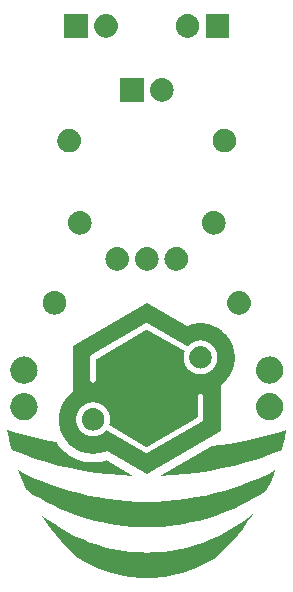
<source format=gbr>
*
%FSLAX36Y36*%
%MOIN*%
%ADD10C,1.0000*%
G36*
X364173Y-71165D02*
G01X364201Y-69585D01*
X364284Y-68006D01*
X364421Y-66432D01*
X364614Y-64864D01*
X364861Y-63303D01*
X365163Y-61751D01*
X365518Y-60212D01*
X365927Y-58685D01*
X366389Y-57174D01*
X366904Y-55680D01*
X367470Y-54204D01*
X368088Y-52749D01*
X368755Y-51317D01*
X369473Y-49909D01*
X370239Y-48527D01*
X371053Y-47172D01*
X371914Y-45847D01*
X372820Y-44552D01*
X373771Y-43290D01*
X374766Y-42062D01*
X375802Y-40869D01*
X376880Y-39714D01*
X377998Y-38596D01*
X379154Y-37518D01*
X380346Y-36482D01*
X381574Y-35487D01*
X382836Y-34536D01*
X384131Y-33630D01*
X385456Y-32769D01*
X386811Y-31955D01*
X388193Y-31189D01*
X389601Y-30471D01*
X391034Y-29803D01*
X392488Y-29186D01*
X393964Y-28620D01*
X395458Y-28105D01*
X396969Y-27643D01*
X398496Y-27234D01*
X400035Y-26879D01*
X401587Y-26577D01*
X403148Y-26330D01*
X404716Y-26137D01*
X406291Y-25999D01*
X407869Y-25917D01*
X409449Y-25889D01*
X411029Y-25917D01*
X412607Y-25999D01*
X414181Y-26137D01*
X415750Y-26330D01*
X417311Y-26577D01*
X418862Y-26879D01*
X420402Y-27234D01*
X421928Y-27643D01*
X423440Y-28105D01*
X424934Y-28620D01*
X426409Y-29186D01*
X427864Y-29803D01*
X429296Y-30471D01*
X430704Y-31189D01*
X432087Y-31955D01*
X433441Y-32769D01*
X434767Y-33630D01*
X436061Y-34536D01*
X437323Y-35487D01*
X438551Y-36482D01*
X439744Y-37518D01*
X440900Y-38596D01*
X442017Y-39714D01*
X443095Y-40869D01*
X444132Y-42062D01*
X445126Y-43290D01*
X446078Y-44552D01*
X446984Y-45847D01*
X447845Y-47172D01*
X448659Y-48527D01*
X449425Y-49909D01*
X450142Y-51317D01*
X450810Y-52749D01*
X451428Y-54204D01*
X451994Y-55680D01*
X452508Y-57174D01*
X452971Y-58685D01*
X453380Y-60212D01*
X453735Y-61751D01*
X454037Y-63303D01*
X454284Y-64864D01*
X454476Y-66432D01*
X454614Y-68006D01*
X454697Y-69585D01*
X454724Y-71165D01*
X454697Y-72745D01*
X454614Y-74323D01*
X454476Y-75897D01*
X454284Y-77466D01*
X454037Y-79027D01*
X453735Y-80578D01*
X453380Y-82118D01*
X452971Y-83644D01*
X452508Y-85156D01*
X451994Y-86650D01*
X451428Y-88125D01*
X450810Y-89580D01*
X450142Y-91012D01*
X449425Y-92420D01*
X448659Y-93803D01*
X447845Y-95157D01*
X446984Y-96483D01*
X446078Y-97777D01*
X445126Y-99039D01*
X444132Y-100267D01*
X443095Y-101460D01*
X442017Y-102616D01*
X440900Y-103733D01*
X439744Y-104811D01*
X438551Y-105848D01*
X437323Y-106842D01*
X436061Y-107793D01*
X434767Y-108700D01*
X433441Y-109561D01*
X432087Y-110375D01*
X430704Y-111141D01*
X429296Y-111858D01*
X427864Y-112526D01*
X426409Y-113144D01*
X424934Y-113710D01*
X423440Y-114224D01*
X421928Y-114686D01*
X420402Y-115095D01*
X418862Y-115451D01*
X417311Y-115752D01*
X415750Y-116000D01*
X414181Y-116192D01*
X412607Y-116330D01*
X411029Y-116413D01*
X409449Y-116440D01*
X407869Y-116413D01*
X406291Y-116330D01*
X404716Y-116192D01*
X403148Y-116000D01*
X401587Y-115752D01*
X400035Y-115451D01*
X398496Y-115095D01*
X396969Y-114686D01*
X395458Y-114224D01*
X393964Y-113710D01*
X392488Y-113144D01*
X391034Y-112526D01*
X389601Y-111858D01*
X388193Y-111141D01*
X386811Y-110375D01*
X385456Y-109561D01*
X384131Y-108700D01*
X382836Y-107793D01*
X381574Y-106842D01*
X380346Y-105848D01*
X379154Y-104811D01*
X377998Y-103733D01*
X376880Y-102616D01*
X375802Y-101460D01*
X374766Y-100267D01*
X373771Y-99039D01*
X372820Y-97777D01*
X371914Y-96483D01*
X371053Y-95157D01*
X370239Y-93803D01*
X369473Y-92420D01*
X368755Y-91012D01*
X368088Y-89580D01*
X367470Y-88125D01*
X366904Y-86650D01*
X366389Y-85156D01*
X365927Y-83644D01*
X365518Y-82118D01*
X365163Y-80578D01*
X364861Y-79027D01*
X364614Y-77466D01*
X364421Y-75897D01*
X364284Y-74323D01*
X364201Y-72745D01*
X364173Y-71165D01*
G37*
G36*
Y50883D02*
X364201Y52463D01*
X364284Y54041D01*
X364421Y55615D01*
X364614Y57184D01*
X364861Y58745D01*
X365163Y60296D01*
X365518Y61836D01*
X365927Y63362D01*
X366389Y64873D01*
X366904Y66368D01*
X367470Y67843D01*
X368088Y69298D01*
X368755Y70730D01*
X369473Y72138D01*
X370239Y73520D01*
X371053Y74875D01*
X371914Y76200D01*
X372820Y77495D01*
X373771Y78757D01*
X374766Y79985D01*
X375802Y81178D01*
X376880Y82334D01*
X377998Y83451D01*
X379154Y84529D01*
X380346Y85566D01*
X381574Y86560D01*
X382836Y87511D01*
X384131Y88418D01*
X385456Y89278D01*
X386811Y90092D01*
X388193Y90858D01*
X389601Y91576D01*
X391034Y92244D01*
X392488Y92861D01*
X393964Y93428D01*
X395458Y93942D01*
X396969Y94404D01*
X398496Y94813D01*
X400035Y95169D01*
X401587Y95470D01*
X403148Y95717D01*
X404716Y95910D01*
X406291Y96048D01*
X407869Y96131D01*
X409449Y96158D01*
X411029Y96131D01*
X412607Y96048D01*
X414181Y95910D01*
X415750Y95717D01*
X417311Y95470D01*
X418862Y95169D01*
X420402Y94813D01*
X421928Y94404D01*
X423440Y93942D01*
X424934Y93428D01*
X426409Y92861D01*
X427864Y92244D01*
X429296Y91576D01*
X430704Y90858D01*
X432087Y90092D01*
X433441Y89278D01*
X434767Y88418D01*
X436061Y87511D01*
X437323Y86560D01*
X438551Y85566D01*
X439744Y84529D01*
X440900Y83451D01*
X442017Y82334D01*
X443095Y81178D01*
X444132Y79985D01*
X445126Y78757D01*
X446078Y77495D01*
X446984Y76200D01*
X447845Y74875D01*
X448659Y73520D01*
X449425Y72138D01*
X450142Y70730D01*
X450810Y69298D01*
X451428Y67843D01*
X451994Y66368D01*
X452508Y64873D01*
X452971Y63362D01*
X453380Y61836D01*
X453735Y60296D01*
X454037Y58745D01*
X454284Y57184D01*
X454476Y55615D01*
X454614Y54041D01*
X454697Y52463D01*
X454724Y50883D01*
X454697Y49302D01*
X454614Y47724D01*
X454476Y46150D01*
X454284Y44581D01*
X454037Y43020D01*
X453735Y41469D01*
X453380Y39929D01*
X452971Y38403D01*
X452508Y36892D01*
X451994Y35397D01*
X451428Y33922D01*
X450810Y32467D01*
X450142Y31035D01*
X449425Y29627D01*
X448659Y28245D01*
X447845Y26890D01*
X446984Y25565D01*
X446078Y24270D01*
X445126Y23008D01*
X444132Y21780D01*
X443095Y20587D01*
X442017Y19431D01*
X440900Y18314D01*
X439744Y17236D01*
X438551Y16199D01*
X437323Y15205D01*
X436061Y14254D01*
X434767Y13347D01*
X433441Y12487D01*
X432087Y11673D01*
X430704Y10907D01*
X429296Y10189D01*
X427864Y9521D01*
X426409Y8904D01*
X424934Y8337D01*
X423440Y7823D01*
X421928Y7361D01*
X420402Y6952D01*
X418862Y6596D01*
X417311Y6295D01*
X415750Y6048D01*
X414181Y5855D01*
X412607Y5717D01*
X411029Y5634D01*
X409449Y5607D01*
X407869Y5634D01*
X406291Y5717D01*
X404716Y5855D01*
X403148Y6048D01*
X401587Y6295D01*
X400035Y6596D01*
X398496Y6952D01*
X396969Y7361D01*
X395458Y7823D01*
X393964Y8337D01*
X392488Y8904D01*
X391034Y9521D01*
X389601Y10189D01*
X388193Y10907D01*
X386811Y11673D01*
X385456Y12487D01*
X384131Y13347D01*
X382836Y14254D01*
X381574Y15205D01*
X380346Y16199D01*
X379154Y17236D01*
X377998Y18314D01*
X376880Y19431D01*
X375802Y20587D01*
X374766Y21780D01*
X373771Y23008D01*
X372820Y24270D01*
X371914Y25565D01*
X371053Y26890D01*
X370239Y28245D01*
X369473Y29627D01*
X368755Y31035D01*
X368088Y32467D01*
X367470Y33922D01*
X366904Y35397D01*
X366389Y36892D01*
X365927Y38403D01*
X365518Y39929D01*
X365163Y41469D01*
X364861Y43020D01*
X364614Y44581D01*
X364421Y46150D01*
X364284Y47724D01*
X364201Y49302D01*
X364173Y50883D01*
G37*
G36*
X268164Y275064D02*
X268188Y276438D01*
X268260Y277811D01*
X268380Y279180D01*
X268547Y280544D01*
X268762Y281901D01*
X269024Y283250D01*
X269334Y284589D01*
X269689Y285916D01*
X270091Y287230D01*
X270538Y288530D01*
X271031Y289813D01*
X271568Y291078D01*
X272149Y292323D01*
X272772Y293547D01*
X273439Y294749D01*
X274146Y295927D01*
X274895Y297080D01*
X275683Y298205D01*
X276510Y299303D01*
X277375Y300371D01*
X278276Y301408D01*
X279214Y302413D01*
X280185Y303385D01*
X281190Y304322D01*
X282228Y305224D01*
X283295Y306088D01*
X284393Y306915D01*
X285519Y307704D01*
X286671Y308452D01*
X287849Y309160D01*
X289051Y309826D01*
X290275Y310450D01*
X291521Y311031D01*
X292786Y311568D01*
X294069Y312060D01*
X295368Y312507D01*
X296682Y312909D01*
X298010Y313265D01*
X299349Y313574D01*
X300698Y313836D01*
X302055Y314051D01*
X303419Y314219D01*
X304788Y314338D01*
X306160Y314410D01*
X307534Y314434D01*
X308908Y314410D01*
X310280Y314338D01*
X311649Y314219D01*
X313013Y314051D01*
X314371Y313836D01*
X315720Y313574D01*
X317059Y313265D01*
X318386Y312909D01*
X319700Y312507D01*
X320999Y312060D01*
X322282Y311568D01*
X323547Y311031D01*
X324793Y310450D01*
X326017Y309826D01*
X327219Y309160D01*
X328397Y308452D01*
X329550Y307704D01*
X330675Y306915D01*
X331773Y306088D01*
X332841Y305224D01*
X333878Y304322D01*
X334883Y303385D01*
X335855Y302413D01*
X336792Y301408D01*
X337693Y300371D01*
X338558Y299303D01*
X339385Y298205D01*
X340173Y297080D01*
X340922Y295927D01*
X341630Y294749D01*
X342296Y293547D01*
X342920Y292323D01*
X343500Y291078D01*
X344037Y289813D01*
X344530Y288530D01*
X344977Y287230D01*
X345379Y285916D01*
X345735Y284589D01*
X346044Y283250D01*
X346306Y281901D01*
X346521Y280544D01*
X346689Y279180D01*
X346808Y277811D01*
X346880Y276438D01*
X346904Y275064D01*
X346880Y273690D01*
X346808Y272318D01*
X346689Y270949D01*
X346521Y269585D01*
X346306Y268228D01*
X346044Y266879D01*
X345735Y265540D01*
X345379Y264212D01*
X344977Y262898D01*
X344530Y261599D01*
X344037Y260316D01*
X343500Y259051D01*
X342920Y257806D01*
X342296Y256581D01*
X341630Y255379D01*
X340922Y254201D01*
X340173Y253049D01*
X339385Y251923D01*
X338558Y250826D01*
X337693Y249758D01*
X336792Y248721D01*
X335855Y247716D01*
X334883Y246744D01*
X333878Y245807D01*
X332841Y244905D01*
X331773Y244040D01*
X330675Y243213D01*
X329550Y242425D01*
X328397Y241677D01*
X327219Y240969D01*
X326017Y240303D01*
X324793Y239679D01*
X323547Y239098D01*
X322282Y238561D01*
X320999Y238069D01*
X319700Y237621D01*
X318386Y237219D01*
X317059Y236864D01*
X315720Y236555D01*
X314371Y236292D01*
X313013Y236077D01*
X311649Y235910D01*
X310280Y235790D01*
X308908Y235718D01*
X307534Y235694D01*
X306160Y235718D01*
X304788Y235790D01*
X303419Y235910D01*
X302055Y236077D01*
X300698Y236292D01*
X299349Y236555D01*
X298010Y236864D01*
X296682Y237219D01*
X295368Y237621D01*
X294069Y238069D01*
X292786Y238561D01*
X291521Y239098D01*
X290275Y239679D01*
X289051Y240303D01*
X287849Y240969D01*
X286671Y241677D01*
X285519Y242425D01*
X284393Y243213D01*
X283295Y244040D01*
X282228Y244905D01*
X281190Y245807D01*
X280185Y246744D01*
X279214Y247716D01*
X278276Y248721D01*
X277375Y249758D01*
X276510Y250826D01*
X275683Y251923D01*
X274895Y253049D01*
X274146Y254201D01*
X273439Y255379D01*
X272772Y256581D01*
X272149Y257806D01*
X271568Y259051D01*
X271031Y260316D01*
X270538Y261599D01*
X270091Y262898D01*
X269689Y264212D01*
X269334Y265540D01*
X269024Y266879D01*
X268762Y268228D01*
X268547Y269585D01*
X268380Y270949D01*
X268260Y272318D01*
X268188Y273690D01*
X268164Y275064D01*
G37*
G36*
X219281Y815613D02*
X219305Y816987D01*
X219377Y818360D01*
X219497Y819729D01*
X219664Y821092D01*
X219879Y822450D01*
X220141Y823799D01*
X220451Y825138D01*
X220806Y826465D01*
X221208Y827779D01*
X221655Y829079D01*
X222148Y830362D01*
X222685Y831626D01*
X223266Y832872D01*
X223889Y834096D01*
X224556Y835298D01*
X225263Y836476D01*
X226012Y837629D01*
X226800Y838754D01*
X227627Y839852D01*
X228492Y840920D01*
X229393Y841957D01*
X230331Y842962D01*
X231302Y843934D01*
X232307Y844871D01*
X233345Y845772D01*
X234413Y846637D01*
X235510Y847464D01*
X236636Y848253D01*
X237788Y849001D01*
X238966Y849709D01*
X240168Y850375D01*
X241392Y850999D01*
X242638Y851580D01*
X243903Y852117D01*
X245186Y852609D01*
X246485Y853056D01*
X247799Y853458D01*
X249127Y853814D01*
X250466Y854123D01*
X251815Y854385D01*
X253172Y854600D01*
X254536Y854768D01*
X255905Y854887D01*
X257277Y854959D01*
X258651Y854983D01*
X260025Y854959D01*
X261397Y854887D01*
X262766Y854768D01*
X264130Y854600D01*
X265488Y854385D01*
X266837Y854123D01*
X268176Y853814D01*
X269503Y853458D01*
X270817Y853056D01*
X272117Y852609D01*
X273399Y852117D01*
X274664Y851580D01*
X275910Y850999D01*
X277134Y850375D01*
X278336Y849709D01*
X279514Y849001D01*
X280667Y848253D01*
X281792Y847464D01*
X282890Y846637D01*
X283958Y845772D01*
X284995Y844871D01*
X286000Y843934D01*
X286972Y842962D01*
X287909Y841957D01*
X288810Y840920D01*
X289675Y839852D01*
X290502Y838754D01*
X291290Y837629D01*
X292039Y836476D01*
X292747Y835298D01*
X293413Y834096D01*
X294037Y832872D01*
X294618Y831626D01*
X295154Y830362D01*
X295647Y829079D01*
X296094Y827779D01*
X296496Y826465D01*
X296852Y825138D01*
X297161Y823799D01*
X297423Y822450D01*
X297638Y821092D01*
X297806Y819729D01*
X297925Y818360D01*
X297997Y816987D01*
X298021Y815613D01*
X297997Y814239D01*
X297925Y812867D01*
X297806Y811498D01*
X297638Y810134D01*
X297423Y808777D01*
X297161Y807428D01*
X296852Y806089D01*
X296496Y804761D01*
X296094Y803447D01*
X295647Y802148D01*
X295154Y800865D01*
X294618Y799600D01*
X294037Y798355D01*
X293413Y797130D01*
X292747Y795928D01*
X292039Y794750D01*
X291290Y793598D01*
X290502Y792472D01*
X289675Y791375D01*
X288810Y790307D01*
X287909Y789270D01*
X286972Y788264D01*
X286000Y787293D01*
X284995Y786356D01*
X283958Y785454D01*
X282890Y784589D01*
X281792Y783762D01*
X280667Y782974D01*
X279514Y782226D01*
X278336Y781518D01*
X277134Y780852D01*
X275910Y780228D01*
X274664Y779647D01*
X273399Y779110D01*
X272117Y778617D01*
X270817Y778170D01*
X269503Y777768D01*
X268176Y777413D01*
X266837Y777103D01*
X265488Y776841D01*
X264130Y776626D01*
X262766Y776459D01*
X261397Y776339D01*
X260025Y776267D01*
X258651Y776243D01*
X257277Y776267D01*
X255905Y776339D01*
X254536Y776459D01*
X253172Y776626D01*
X251815Y776841D01*
X250466Y777103D01*
X249127Y777413D01*
X247799Y777768D01*
X246485Y778170D01*
X245186Y778617D01*
X243903Y779110D01*
X242638Y779647D01*
X241392Y780228D01*
X240168Y780852D01*
X238966Y781518D01*
X237788Y782226D01*
X236636Y782974D01*
X235510Y783762D01*
X234413Y784589D01*
X233345Y785454D01*
X232307Y786356D01*
X231302Y787293D01*
X230331Y788264D01*
X229393Y789270D01*
X228492Y790307D01*
X227627Y791375D01*
X226800Y792472D01*
X226012Y793598D01*
X225263Y794750D01*
X224556Y795928D01*
X223889Y797130D01*
X223266Y798355D01*
X222685Y799600D01*
X222148Y800865D01*
X221655Y802148D01*
X221208Y803447D01*
X220806Y804761D01*
X220451Y806089D01*
X220141Y807428D01*
X219879Y808777D01*
X219664Y810134D01*
X219497Y811498D01*
X219377Y812867D01*
X219305Y814239D01*
X219281Y815613D01*
G37*
G36*
X196499Y1237535D02*
X275239D01*
Y1158795D01*
X196499D01*
Y1237535D01*
G37*
G36*
X183866Y541736D02*
X183890Y543110D01*
X183962Y544482D01*
X184081Y545851D01*
X184249Y547215D01*
X184464Y548572D01*
X184726Y549921D01*
X185035Y551260D01*
X185391Y552588D01*
X185793Y553902D01*
X186240Y555201D01*
X186732Y556484D01*
X187269Y557749D01*
X187850Y558995D01*
X188474Y560219D01*
X189140Y561421D01*
X189848Y562599D01*
X190597Y563751D01*
X191385Y564877D01*
X192212Y565974D01*
X193077Y567042D01*
X193978Y568080D01*
X194915Y569085D01*
X195887Y570056D01*
X196892Y570993D01*
X197929Y571895D01*
X198997Y572760D01*
X200095Y573587D01*
X201220Y574375D01*
X202373Y575124D01*
X203551Y575831D01*
X204753Y576498D01*
X205977Y577121D01*
X207223Y577702D01*
X208487Y578239D01*
X209770Y578732D01*
X211070Y579179D01*
X212384Y579581D01*
X213711Y579936D01*
X215050Y580246D01*
X216399Y580508D01*
X217757Y580723D01*
X219120Y580890D01*
X220489Y581010D01*
X221862Y581082D01*
X223236Y581106D01*
X224610Y581082D01*
X225982Y581010D01*
X227351Y580890D01*
X228715Y580723D01*
X230072Y580508D01*
X231421Y580246D01*
X232760Y579936D01*
X234088Y579581D01*
X235402Y579179D01*
X236701Y578732D01*
X237984Y578239D01*
X239249Y577702D01*
X240494Y577121D01*
X241719Y576498D01*
X242921Y575831D01*
X244099Y575124D01*
X245251Y574375D01*
X246377Y573587D01*
X247474Y572760D01*
X248542Y571895D01*
X249580Y570993D01*
X250585Y570056D01*
X251556Y569085D01*
X252493Y568080D01*
X253395Y567042D01*
X254260Y565974D01*
X255087Y564877D01*
X255875Y563751D01*
X256624Y562599D01*
X257331Y561421D01*
X257998Y560219D01*
X258621Y558995D01*
X259202Y557749D01*
X259739Y556484D01*
X260232Y555201D01*
X260679Y553902D01*
X261081Y552588D01*
X261436Y551260D01*
X261746Y549921D01*
X262008Y548572D01*
X262223Y547215D01*
X262390Y545851D01*
X262510Y544482D01*
X262582Y543110D01*
X262606Y541736D01*
X262582Y540362D01*
X262510Y538989D01*
X262390Y537621D01*
X262223Y536257D01*
X262008Y534899D01*
X261746Y533550D01*
X261436Y532211D01*
X261081Y530884D01*
X260679Y529570D01*
X260232Y528270D01*
X259739Y526988D01*
X259202Y525723D01*
X258621Y524477D01*
X257998Y523253D01*
X257331Y522051D01*
X256624Y520873D01*
X255875Y519720D01*
X255087Y518595D01*
X254260Y517497D01*
X253395Y516429D01*
X252493Y515392D01*
X251556Y514387D01*
X250585Y513415D01*
X249580Y512478D01*
X248542Y511577D01*
X247474Y510712D01*
X246377Y509885D01*
X245251Y509097D01*
X244099Y508348D01*
X242921Y507640D01*
X241719Y506974D01*
X240494Y506350D01*
X239249Y505769D01*
X237984Y505233D01*
X236701Y504740D01*
X235402Y504293D01*
X234088Y503891D01*
X232760Y503535D01*
X231421Y503226D01*
X230072Y502964D01*
X228715Y502749D01*
X227351Y502581D01*
X225982Y502462D01*
X224610Y502390D01*
X223236Y502366D01*
X221862Y502390D01*
X220489Y502462D01*
X219120Y502581D01*
X217757Y502749D01*
X216399Y502964D01*
X215050Y503226D01*
X213711Y503535D01*
X212384Y503891D01*
X211070Y504293D01*
X209770Y504740D01*
X208487Y505233D01*
X207223Y505769D01*
X205977Y506350D01*
X204753Y506974D01*
X203551Y507640D01*
X202373Y508348D01*
X201220Y509097D01*
X200095Y509885D01*
X198997Y510712D01*
X197929Y511577D01*
X196892Y512478D01*
X195887Y513415D01*
X194915Y514387D01*
X193978Y515392D01*
X193077Y516429D01*
X192212Y517497D01*
X191385Y518595D01*
X190597Y519720D01*
X189848Y520873D01*
X189140Y522051D01*
X188474Y523253D01*
X187850Y524477D01*
X187269Y525723D01*
X186732Y526988D01*
X186240Y528270D01*
X185793Y529570D01*
X185391Y530884D01*
X185035Y532211D01*
X184726Y533550D01*
X184464Y534899D01*
X184249Y536257D01*
X184081Y537621D01*
X183962Y538989D01*
X183890Y540362D01*
X183866Y541736D01*
G37*
G36*
X141683Y93194D02*
X141706Y94496D01*
X141774Y95796D01*
X141888Y97093D01*
X142046Y98385D01*
X142250Y99671D01*
X142499Y100949D01*
X142791Y102218D01*
X143128Y103476D01*
X143509Y104721D01*
X143933Y105952D01*
X144400Y107167D01*
X144908Y108366D01*
X145459Y109546D01*
X146050Y110706D01*
X146681Y111845D01*
X147352Y112961D01*
X148061Y114053D01*
X148808Y115120D01*
X149591Y116159D01*
X150411Y117171D01*
X151265Y118154D01*
X152153Y119106D01*
X153073Y120027D01*
X154026Y120915D01*
X155008Y121769D01*
X156020Y122588D01*
X157060Y123372D01*
X158127Y124119D01*
X159219Y124828D01*
X160335Y125499D01*
X161473Y126130D01*
X162634Y126721D01*
X163814Y127271D01*
X165012Y127780D01*
X166228Y128246D01*
X167459Y128670D01*
X168704Y129051D01*
X169962Y129388D01*
X171230Y129681D01*
X172508Y129929D01*
X173794Y130133D01*
X175087Y130292D01*
X176384Y130405D01*
X177684Y130473D01*
X178986Y130496D01*
X180288Y130473D01*
X181588Y130405D01*
X182885Y130292D01*
X184177Y130133D01*
X185463Y129929D01*
X186741Y129681D01*
X188010Y129388D01*
X189268Y129051D01*
X190513Y128670D01*
X191744Y128246D01*
X192960Y127780D01*
X194158Y127271D01*
X195338Y126721D01*
X196498Y126130D01*
X197637Y125499D01*
X198753Y124828D01*
X199845Y124119D01*
X200912Y123372D01*
X201951Y122588D01*
X202963Y121769D01*
X203946Y120915D01*
X204898Y120027D01*
X205819Y119106D01*
X206707Y118154D01*
X207561Y117171D01*
X208380Y116159D01*
X209164Y115120D01*
X209911Y114053D01*
X210620Y112961D01*
X211291Y111845D01*
X211922Y110706D01*
X212513Y109546D01*
X213063Y108366D01*
X213572Y107167D01*
X214039Y105952D01*
X214462Y104721D01*
X214843Y103476D01*
X215180Y102218D01*
X215473Y100949D01*
X215721Y99671D01*
X215925Y98385D01*
X216084Y97093D01*
X216197Y95796D01*
X216265Y94496D01*
X216288Y93194D01*
X216265Y91892D01*
X216197Y90592D01*
X216084Y89295D01*
X215925Y88002D01*
X215721Y86716D01*
X215473Y85438D01*
X215180Y84169D01*
X214843Y82912D01*
X214462Y81667D01*
X214039Y80436D01*
X213572Y79220D01*
X213063Y78021D01*
X212513Y76841D01*
X211922Y75681D01*
X211291Y74543D01*
X210620Y73426D01*
X209911Y72335D01*
X209164Y71268D01*
X208380Y70228D01*
X207561Y69216D01*
X206707Y68234D01*
X205819Y67281D01*
X204898Y66361D01*
X203946Y65473D01*
X202963Y64618D01*
X201951Y63799D01*
X200912Y63015D01*
X199845Y62269D01*
X198753Y61560D01*
X197637Y60889D01*
X196498Y60258D01*
X195338Y59667D01*
X194158Y59116D01*
X192960Y58608D01*
X191744Y58141D01*
X190513Y57717D01*
X189268Y57336D01*
X188010Y56999D01*
X186741Y56707D01*
X185463Y56458D01*
X184177Y56254D01*
X182885Y56096D01*
X181588Y55982D01*
X180288Y55914D01*
X178986Y55891D01*
X177684Y55914D01*
X176384Y55982D01*
X175087Y56096D01*
X173794Y56254D01*
X172508Y56458D01*
X171230Y56707D01*
X169962Y56999D01*
X168704Y57336D01*
X167459Y57717D01*
X166228Y58141D01*
X165012Y58608D01*
X163814Y59116D01*
X162634Y59667D01*
X161473Y60258D01*
X160335Y60889D01*
X159219Y61560D01*
X158127Y62269D01*
X157060Y63015D01*
X156020Y63799D01*
X155008Y64618D01*
X154026Y65473D01*
X153073Y66361D01*
X152153Y67281D01*
X151265Y68234D01*
X150411Y69216D01*
X149591Y70228D01*
X148808Y71268D01*
X148061Y72335D01*
X147352Y73426D01*
X146681Y74543D01*
X146050Y75681D01*
X145459Y76841D01*
X144908Y78021D01*
X144400Y79220D01*
X143933Y80436D01*
X143509Y81667D01*
X143128Y82912D01*
X142791Y84169D01*
X142499Y85438D01*
X142250Y86716D01*
X142046Y88002D01*
X141888Y89295D01*
X141774Y90592D01*
X141706Y91892D01*
X141683Y93194D01*
G37*
G36*
X96499Y1198165D02*
X96523Y1199539D01*
X96595Y1200911D01*
X96715Y1202280D01*
X96882Y1203644D01*
X97097Y1205001D01*
X97359Y1206350D01*
X97668Y1207689D01*
X98024Y1209017D01*
X98426Y1210331D01*
X98873Y1211630D01*
X99366Y1212913D01*
X99903Y1214178D01*
X100483Y1215423D01*
X101107Y1216648D01*
X101773Y1217850D01*
X102481Y1219028D01*
X103230Y1220180D01*
X104018Y1221306D01*
X104845Y1222403D01*
X105710Y1223471D01*
X106611Y1224508D01*
X107548Y1225513D01*
X108520Y1226485D01*
X109525Y1227422D01*
X110562Y1228324D01*
X111630Y1229189D01*
X112728Y1230016D01*
X113853Y1230804D01*
X115006Y1231552D01*
X116184Y1232260D01*
X117386Y1232926D01*
X118610Y1233550D01*
X119856Y1234131D01*
X121121Y1234668D01*
X122404Y1235160D01*
X123703Y1235608D01*
X125017Y1236010D01*
X126344Y1236365D01*
X127683Y1236674D01*
X129032Y1236937D01*
X130390Y1237152D01*
X131754Y1237319D01*
X133123Y1237439D01*
X134495Y1237511D01*
X135869Y1237535D01*
X137243Y1237511D01*
X138615Y1237439D01*
X139984Y1237319D01*
X141348Y1237152D01*
X142705Y1236937D01*
X144054Y1236674D01*
X145393Y1236365D01*
X146721Y1236010D01*
X148035Y1235608D01*
X149334Y1235160D01*
X150617Y1234668D01*
X151882Y1234131D01*
X153128Y1233550D01*
X154352Y1232926D01*
X155554Y1232260D01*
X156732Y1231552D01*
X157884Y1230804D01*
X159010Y1230016D01*
X160108Y1229189D01*
X161176Y1228324D01*
X162213Y1227422D01*
X163218Y1226485D01*
X164189Y1225513D01*
X165127Y1224508D01*
X166028Y1223471D01*
X166893Y1222403D01*
X167720Y1221306D01*
X168508Y1220180D01*
X169257Y1219028D01*
X169964Y1217850D01*
X170631Y1216648D01*
X171255Y1215423D01*
X171835Y1214178D01*
X172372Y1212913D01*
X172865Y1211630D01*
X173312Y1210331D01*
X173714Y1209017D01*
X174070Y1207689D01*
X174379Y1206350D01*
X174641Y1205001D01*
X174856Y1203644D01*
X175023Y1202280D01*
X175143Y1200911D01*
X175215Y1199539D01*
X175239Y1198165D01*
X175215Y1196791D01*
X175143Y1195418D01*
X175023Y1194049D01*
X174856Y1192685D01*
X174641Y1191328D01*
X174379Y1189979D01*
X174070Y1188640D01*
X173714Y1187313D01*
X173312Y1185999D01*
X172865Y1184699D01*
X172372Y1183416D01*
X171835Y1182151D01*
X171255Y1180906D01*
X170631Y1179682D01*
X169964Y1178480D01*
X169257Y1177302D01*
X168508Y1176149D01*
X167720Y1175024D01*
X166893Y1173926D01*
X166028Y1172858D01*
X165127Y1171821D01*
X164189Y1170816D01*
X163218Y1169844D01*
X162213Y1168907D01*
X161176Y1168005D01*
X160108Y1167141D01*
X159010Y1166314D01*
X157884Y1165525D01*
X156732Y1164777D01*
X155554Y1164069D01*
X154352Y1163403D01*
X153128Y1162779D01*
X151882Y1162198D01*
X150617Y1161661D01*
X149334Y1161169D01*
X148035Y1160721D01*
X146721Y1160320D01*
X145393Y1159964D01*
X144054Y1159655D01*
X142705Y1159393D01*
X141348Y1159178D01*
X139984Y1159010D01*
X138615Y1158890D01*
X137243Y1158819D01*
X135869Y1158795D01*
X134495Y1158819D01*
X133123Y1158890D01*
X131754Y1159010D01*
X130390Y1159178D01*
X129032Y1159393D01*
X127683Y1159655D01*
X126344Y1159964D01*
X125017Y1160320D01*
X123703Y1160721D01*
X122404Y1161169D01*
X121121Y1161661D01*
X119856Y1162198D01*
X118610Y1162779D01*
X117386Y1163403D01*
X116184Y1164069D01*
X115006Y1164777D01*
X113853Y1165525D01*
X112728Y1166314D01*
X111630Y1167141D01*
X110562Y1168005D01*
X109525Y1168907D01*
X108520Y1169844D01*
X107548Y1170816D01*
X106611Y1171821D01*
X105710Y1172858D01*
X104845Y1173926D01*
X104018Y1175024D01*
X103230Y1176149D01*
X102481Y1177302D01*
X101773Y1178480D01*
X101107Y1179682D01*
X100483Y1180906D01*
X99903Y1182151D01*
X99366Y1183416D01*
X98873Y1184699D01*
X98426Y1185999D01*
X98024Y1187313D01*
X97668Y1188640D01*
X97359Y1189979D01*
X97097Y1191328D01*
X96882Y1192685D01*
X96715Y1194049D01*
X96595Y1195418D01*
X96523Y1196791D01*
X96499Y1198165D01*
G37*
G36*
X59055Y421490D02*
X59079Y422864D01*
X59151Y424237D01*
X59271Y425606D01*
X59438Y426970D01*
X59653Y428327D01*
X59915Y429676D01*
X60225Y431015D01*
X60580Y432342D01*
X60982Y433656D01*
X61429Y434956D01*
X61922Y436239D01*
X62459Y437504D01*
X63040Y438749D01*
X63663Y439973D01*
X64330Y441175D01*
X65037Y442353D01*
X65786Y443506D01*
X66574Y444631D01*
X67401Y445729D01*
X68266Y446797D01*
X69168Y447834D01*
X70105Y448839D01*
X71076Y449811D01*
X72081Y450748D01*
X73119Y451650D01*
X74187Y452514D01*
X75284Y453341D01*
X76410Y454130D01*
X77562Y454878D01*
X78740Y455586D01*
X79942Y456252D01*
X81166Y456876D01*
X82412Y457457D01*
X83677Y457994D01*
X84960Y458486D01*
X86259Y458933D01*
X87573Y459335D01*
X88901Y459691D01*
X90240Y460000D01*
X91589Y460262D01*
X92946Y460477D01*
X94310Y460645D01*
X95679Y460764D01*
X97051Y460836D01*
X98425Y460860D01*
X99799Y460836D01*
X101172Y460764D01*
X102540Y460645D01*
X103904Y460477D01*
X105262Y460262D01*
X106611Y460000D01*
X107950Y459691D01*
X109277Y459335D01*
X110591Y458933D01*
X111891Y458486D01*
X113173Y457994D01*
X114438Y457457D01*
X115684Y456876D01*
X116908Y456252D01*
X118110Y455586D01*
X119288Y454878D01*
X120441Y454130D01*
X121566Y453341D01*
X122664Y452514D01*
X123732Y451650D01*
X124769Y450748D01*
X125774Y449811D01*
X126746Y448839D01*
X127683Y447834D01*
X128584Y446797D01*
X129449Y445729D01*
X130276Y444631D01*
X131064Y443506D01*
X131813Y442353D01*
X132521Y441175D01*
X133187Y439973D01*
X133811Y438749D01*
X134392Y437504D01*
X134928Y436239D01*
X135421Y434956D01*
X135868Y433656D01*
X136270Y432342D01*
X136626Y431015D01*
X136935Y429676D01*
X137197Y428327D01*
X137412Y426970D01*
X137580Y425606D01*
X137699Y424237D01*
X137771Y422864D01*
X137795Y421490D01*
X137771Y420116D01*
X137699Y418744D01*
X137580Y417375D01*
X137412Y416011D01*
X137197Y414654D01*
X136935Y413305D01*
X136626Y411966D01*
X136270Y410638D01*
X135868Y409324D01*
X135421Y408025D01*
X134928Y406742D01*
X134392Y405477D01*
X133811Y404232D01*
X133187Y403007D01*
X132521Y401805D01*
X131813Y400627D01*
X131064Y399475D01*
X130276Y398349D01*
X129449Y397252D01*
X128584Y396184D01*
X127683Y395147D01*
X126746Y394142D01*
X125774Y393170D01*
X124769Y392233D01*
X123732Y391331D01*
X122664Y390466D01*
X121566Y389639D01*
X120441Y388851D01*
X119288Y388103D01*
X118110Y387395D01*
X116908Y386729D01*
X115684Y386105D01*
X114438Y385524D01*
X113173Y384987D01*
X111891Y384495D01*
X110591Y384047D01*
X109277Y383645D01*
X107950Y383290D01*
X106611Y382981D01*
X105262Y382718D01*
X103904Y382503D01*
X102540Y382336D01*
X101172Y382216D01*
X99799Y382144D01*
X98425Y382120D01*
X97051Y382144D01*
X95679Y382216D01*
X94310Y382336D01*
X92946Y382503D01*
X91589Y382718D01*
X90240Y382981D01*
X88901Y383290D01*
X87573Y383645D01*
X86259Y384047D01*
X84960Y384495D01*
X83677Y384987D01*
X82412Y385524D01*
X81166Y386105D01*
X79942Y386729D01*
X78740Y387395D01*
X77562Y388103D01*
X76410Y388851D01*
X75284Y389639D01*
X74187Y390466D01*
X73119Y391331D01*
X72081Y392233D01*
X71076Y393170D01*
X70105Y394142D01*
X69168Y395147D01*
X68266Y396184D01*
X67401Y397252D01*
X66574Y398349D01*
X65786Y399475D01*
X65037Y400627D01*
X64330Y401805D01*
X63663Y403007D01*
X63040Y404232D01*
X62459Y405477D01*
X61922Y406742D01*
X61429Y408025D01*
X60982Y409324D01*
X60580Y410638D01*
X60225Y411966D01*
X59915Y413305D01*
X59653Y414654D01*
X59438Y416011D01*
X59271Y417375D01*
X59151Y418744D01*
X59079Y420116D01*
X59055Y421490D01*
G37*
G36*
X432756Y-158022D02*
X465911Y-148119D01*
X465573Y-150050D01*
X460632Y-175465D01*
X454808Y-200693D01*
X450760Y-216215D01*
X413061Y-230654D01*
X373202Y-244378D01*
X332890Y-256703D01*
X292171Y-267614D01*
X251097Y-277096D01*
X209716Y-285140D01*
X168081Y-291734D01*
X126240Y-296872D01*
X84245Y-300546D01*
X45114Y-302645D01*
X216162Y-203890D01*
X218505Y-203563D01*
X272631Y-194990D01*
X326426Y-184533D01*
X379822Y-172206D01*
X432756Y-158022D01*
G37*
G36*
X10630Y984759D02*
X10654Y986133D01*
X10726Y987506D01*
X10846Y988875D01*
X11013Y990239D01*
X11228Y991596D01*
X11490Y992945D01*
X11799Y994284D01*
X12155Y995611D01*
X12557Y996925D01*
X13004Y998225D01*
X13497Y999508D01*
X14034Y1000773D01*
X14614Y1002018D01*
X15238Y1003242D01*
X15905Y1004444D01*
X16612Y1005622D01*
X17361Y1006775D01*
X18149Y1007901D01*
X18976Y1008998D01*
X19841Y1010066D01*
X20742Y1011103D01*
X21680Y1012108D01*
X22651Y1013080D01*
X23656Y1014017D01*
X24693Y1014919D01*
X25761Y1015783D01*
X26859Y1016610D01*
X27985Y1017399D01*
X29137Y1018147D01*
X30315Y1018855D01*
X31517Y1019521D01*
X32741Y1020145D01*
X33987Y1020726D01*
X35252Y1021263D01*
X36535Y1021755D01*
X37834Y1022203D01*
X39148Y1022604D01*
X40476Y1022960D01*
X41815Y1023269D01*
X43163Y1023531D01*
X44521Y1023746D01*
X45885Y1023914D01*
X47254Y1024034D01*
X48626Y1024105D01*
X50000Y1024129D01*
X51374Y1024105D01*
X52746Y1024034D01*
X54115Y1023914D01*
X55479Y1023746D01*
X56837Y1023531D01*
X58185Y1023269D01*
X59524Y1022960D01*
X60852Y1022604D01*
X62166Y1022203D01*
X63465Y1021755D01*
X64748Y1021263D01*
X66013Y1020726D01*
X67259Y1020145D01*
X68483Y1019521D01*
X69685Y1018855D01*
X70863Y1018147D01*
X72015Y1017399D01*
X73141Y1016610D01*
X74239Y1015783D01*
X75307Y1014919D01*
X76344Y1014017D01*
X77349Y1013080D01*
X78320Y1012108D01*
X79258Y1011103D01*
X80159Y1010066D01*
X81024Y1008998D01*
X81851Y1007901D01*
X82639Y1006775D01*
X83388Y1005622D01*
X84095Y1004444D01*
X84762Y1003242D01*
X85386Y1002018D01*
X85966Y1000773D01*
X86503Y999508D01*
X86996Y998225D01*
X87443Y996925D01*
X87845Y995611D01*
X88201Y994284D01*
X88510Y992945D01*
X88772Y991596D01*
X88987Y990239D01*
X89154Y988875D01*
X89274Y987506D01*
X89346Y986133D01*
X89370Y984759D01*
X89346Y983385D01*
X89274Y982013D01*
X89154Y980644D01*
X88987Y979280D01*
X88772Y977923D01*
X88510Y976574D01*
X88201Y975235D01*
X87845Y973907D01*
X87443Y972593D01*
X86996Y971294D01*
X86503Y970011D01*
X85966Y968746D01*
X85386Y967501D01*
X84762Y966276D01*
X84095Y965074D01*
X83388Y963896D01*
X82639Y962744D01*
X81851Y961618D01*
X81024Y960521D01*
X80159Y959453D01*
X79258Y958416D01*
X78320Y957411D01*
X77349Y956439D01*
X76344Y955502D01*
X75307Y954600D01*
X74239Y953735D01*
X73141Y952908D01*
X72015Y952120D01*
X70863Y951372D01*
X69685Y950664D01*
X68483Y949998D01*
X67259Y949374D01*
X66013Y948793D01*
X64748Y948256D01*
X63465Y947764D01*
X62166Y947316D01*
X60852Y946914D01*
X59524Y946559D01*
X58185Y946250D01*
X56837Y945987D01*
X55479Y945772D01*
X54115Y945605D01*
X52746Y945485D01*
X51374Y945413D01*
X50000Y945389D01*
X48626Y945413D01*
X47254Y945485D01*
X45885Y945605D01*
X44521Y945772D01*
X43163Y945987D01*
X41815Y946250D01*
X40476Y946559D01*
X39148Y946914D01*
X37834Y947316D01*
X36535Y947764D01*
X35252Y948256D01*
X33987Y948793D01*
X32741Y949374D01*
X31517Y949998D01*
X30315Y950664D01*
X29137Y951372D01*
X27985Y952120D01*
X26859Y952908D01*
X25761Y953735D01*
X24693Y954600D01*
X23656Y955502D01*
X22651Y956439D01*
X21680Y957411D01*
X20742Y958416D01*
X19841Y959453D01*
X18976Y960521D01*
X18149Y961618D01*
X17361Y962744D01*
X16612Y963896D01*
X15905Y965074D01*
X15238Y966276D01*
X14614Y967501D01*
X14034Y968746D01*
X13497Y970011D01*
X13004Y971294D01*
X12557Y972593D01*
X12155Y973907D01*
X11799Y975235D01*
X11490Y976574D01*
X11228Y977923D01*
X11013Y979280D01*
X10846Y980644D01*
X10726Y982013D01*
X10654Y983385D01*
X10630Y984759D01*
G37*
G36*
X-39370Y421490D02*
X-39346Y422864D01*
X-39274Y424237D01*
X-39154Y425606D01*
X-38987Y426970D01*
X-38772Y428327D01*
X-38510Y429676D01*
X-38201Y431015D01*
X-37845Y432342D01*
X-37443Y433656D01*
X-36996Y434956D01*
X-36503Y436239D01*
X-35966Y437504D01*
X-35386Y438749D01*
X-34762Y439973D01*
X-34095Y441175D01*
X-33388Y442353D01*
X-32639Y443506D01*
X-31851Y444631D01*
X-31024Y445729D01*
X-30159Y446797D01*
X-29258Y447834D01*
X-28320Y448839D01*
X-27349Y449811D01*
X-26344Y450748D01*
X-25307Y451650D01*
X-24239Y452514D01*
X-23141Y453341D01*
X-22015Y454130D01*
X-20863Y454878D01*
X-19685Y455586D01*
X-18483Y456252D01*
X-17259Y456876D01*
X-16013Y457457D01*
X-14748Y457994D01*
X-13465Y458486D01*
X-12166Y458933D01*
X-10852Y459335D01*
X-9524Y459691D01*
X-8185Y460000D01*
X-6837Y460262D01*
X-5479Y460477D01*
X-4115Y460645D01*
X-2746Y460764D01*
X-1374Y460836D01*
X0Y460860D01*
X1374Y460836D01*
X2746Y460764D01*
X4115Y460645D01*
X5479Y460477D01*
X6837Y460262D01*
X8185Y460000D01*
X9524Y459691D01*
X10852Y459335D01*
X12166Y458933D01*
X13465Y458486D01*
X14748Y457994D01*
X16013Y457457D01*
X17259Y456876D01*
X18483Y456252D01*
X19685Y455586D01*
X20863Y454878D01*
X22015Y454130D01*
X23141Y453341D01*
X24239Y452514D01*
X25307Y451650D01*
X26344Y450748D01*
X27349Y449811D01*
X28320Y448839D01*
X29258Y447834D01*
X30159Y446797D01*
X31024Y445729D01*
X31851Y444631D01*
X32639Y443506D01*
X33388Y442353D01*
X34095Y441175D01*
X34762Y439973D01*
X35386Y438749D01*
X35966Y437504D01*
X36503Y436239D01*
X36996Y434956D01*
X37443Y433656D01*
X37845Y432342D01*
X38201Y431015D01*
X38510Y429676D01*
X38772Y428327D01*
X38987Y426970D01*
X39154Y425606D01*
X39274Y424237D01*
X39346Y422864D01*
X39370Y421490D01*
X39346Y420116D01*
X39274Y418744D01*
X39154Y417375D01*
X38987Y416011D01*
X38772Y414654D01*
X38510Y413305D01*
X38201Y411966D01*
X37845Y410638D01*
X37443Y409324D01*
X36996Y408025D01*
X36503Y406742D01*
X35966Y405477D01*
X35386Y404232D01*
X34762Y403007D01*
X34095Y401805D01*
X33388Y400627D01*
X32639Y399475D01*
X31851Y398349D01*
X31024Y397252D01*
X30159Y396184D01*
X29258Y395147D01*
X28320Y394142D01*
X27349Y393170D01*
X26344Y392233D01*
X25307Y391331D01*
X24239Y390466D01*
X23141Y389639D01*
X22015Y388851D01*
X20863Y388103D01*
X19685Y387395D01*
X18483Y386729D01*
X17259Y386105D01*
X16013Y385524D01*
X14748Y384987D01*
X13465Y384495D01*
X12166Y384047D01*
X10852Y383645D01*
X9524Y383290D01*
X8185Y382981D01*
X6837Y382718D01*
X5479Y382503D01*
X4115Y382336D01*
X2746Y382216D01*
X1374Y382144D01*
X0Y382120D01*
X-1374Y382144D01*
X-2746Y382216D01*
X-4115Y382336D01*
X-5479Y382503D01*
X-6837Y382718D01*
X-8185Y382981D01*
X-9524Y383290D01*
X-10852Y383645D01*
X-12166Y384047D01*
X-13465Y384495D01*
X-14748Y384987D01*
X-16013Y385524D01*
X-17259Y386105D01*
X-18483Y386729D01*
X-19685Y387395D01*
X-20863Y388103D01*
X-22015Y388851D01*
X-23141Y389639D01*
X-24239Y390466D01*
X-25307Y391331D01*
X-26344Y392233D01*
X-27349Y393170D01*
X-28320Y394142D01*
X-29258Y395147D01*
X-30159Y396184D01*
X-31024Y397252D01*
X-31851Y398349D01*
X-32639Y399475D01*
X-33388Y400627D01*
X-34095Y401805D01*
X-34762Y403007D01*
X-35386Y404232D01*
X-35966Y405477D01*
X-36503Y406742D01*
X-36996Y408025D01*
X-37443Y409324D01*
X-37845Y410638D01*
X-38201Y411966D01*
X-38510Y413305D01*
X-38772Y414654D01*
X-38987Y416011D01*
X-39154Y417375D01*
X-39274Y418744D01*
X-39346Y420116D01*
X-39370Y421490D01*
G37*
G36*
X-89370Y1024129D02*
X-10630D01*
Y945389D01*
X-89370D01*
Y1024129D01*
G37*
G36*
X-137795Y421490D02*
X-137771Y422864D01*
X-137699Y424237D01*
X-137580Y425606D01*
X-137412Y426970D01*
X-137197Y428327D01*
X-136935Y429676D01*
X-136626Y431015D01*
X-136270Y432342D01*
X-135868Y433656D01*
X-135421Y434956D01*
X-134928Y436239D01*
X-134392Y437504D01*
X-133811Y438749D01*
X-133187Y439973D01*
X-132521Y441175D01*
X-131813Y442353D01*
X-131064Y443506D01*
X-130276Y444631D01*
X-129449Y445729D01*
X-128584Y446797D01*
X-127683Y447834D01*
X-126746Y448839D01*
X-125774Y449811D01*
X-124769Y450748D01*
X-123732Y451650D01*
X-122664Y452514D01*
X-121566Y453341D01*
X-120441Y454130D01*
X-119288Y454878D01*
X-118110Y455586D01*
X-116908Y456252D01*
X-115684Y456876D01*
X-114438Y457457D01*
X-113173Y457994D01*
X-111891Y458486D01*
X-110591Y458933D01*
X-109277Y459335D01*
X-107950Y459691D01*
X-106611Y460000D01*
X-105262Y460262D01*
X-103904Y460477D01*
X-102540Y460645D01*
X-101172Y460764D01*
X-99799Y460836D01*
X-98425Y460860D01*
X-97051Y460836D01*
X-95679Y460764D01*
X-94310Y460645D01*
X-92946Y460477D01*
X-91589Y460262D01*
X-90240Y460000D01*
X-88901Y459691D01*
X-87573Y459335D01*
X-86259Y458933D01*
X-84960Y458486D01*
X-83677Y457994D01*
X-82412Y457457D01*
X-81166Y456876D01*
X-79942Y456252D01*
X-78740Y455586D01*
X-77562Y454878D01*
X-76410Y454130D01*
X-75284Y453341D01*
X-74187Y452514D01*
X-73119Y451650D01*
X-72081Y450748D01*
X-71076Y449811D01*
X-70105Y448839D01*
X-69168Y447834D01*
X-68266Y446797D01*
X-67401Y445729D01*
X-66574Y444631D01*
X-65786Y443506D01*
X-65037Y442353D01*
X-64330Y441175D01*
X-63663Y439973D01*
X-63040Y438749D01*
X-62459Y437504D01*
X-61922Y436239D01*
X-61429Y434956D01*
X-60982Y433656D01*
X-60580Y432342D01*
X-60225Y431015D01*
X-59915Y429676D01*
X-59653Y428327D01*
X-59438Y426970D01*
X-59271Y425606D01*
X-59151Y424237D01*
X-59079Y422864D01*
X-59055Y421490D01*
X-59079Y420116D01*
X-59151Y418744D01*
X-59271Y417375D01*
X-59438Y416011D01*
X-59653Y414654D01*
X-59915Y413305D01*
X-60225Y411966D01*
X-60580Y410638D01*
X-60982Y409324D01*
X-61429Y408025D01*
X-61922Y406742D01*
X-62459Y405477D01*
X-63040Y404232D01*
X-63663Y403007D01*
X-64330Y401805D01*
X-65037Y400627D01*
X-65786Y399475D01*
X-66574Y398349D01*
X-67401Y397252D01*
X-68266Y396184D01*
X-69168Y395147D01*
X-70105Y394142D01*
X-71076Y393170D01*
X-72081Y392233D01*
X-73119Y391331D01*
X-74187Y390466D01*
X-75284Y389639D01*
X-76410Y388851D01*
X-77562Y388103D01*
X-78740Y387395D01*
X-79942Y386729D01*
X-81166Y386105D01*
X-82412Y385524D01*
X-83677Y384987D01*
X-84960Y384495D01*
X-86259Y384047D01*
X-87573Y383645D01*
X-88901Y383290D01*
X-90240Y382981D01*
X-91589Y382718D01*
X-92946Y382503D01*
X-94310Y382336D01*
X-95679Y382216D01*
X-97051Y382144D01*
X-98425Y382120D01*
X-99799Y382144D01*
X-101172Y382216D01*
X-102540Y382336D01*
X-103904Y382503D01*
X-105262Y382718D01*
X-106611Y382981D01*
X-107950Y383290D01*
X-109277Y383645D01*
X-110591Y384047D01*
X-111891Y384495D01*
X-113173Y384987D01*
X-114438Y385524D01*
X-115684Y386105D01*
X-116908Y386729D01*
X-118110Y387395D01*
X-119288Y388103D01*
X-120441Y388851D01*
X-121566Y389639D01*
X-122664Y390466D01*
X-123732Y391331D01*
X-124769Y392233D01*
X-125774Y393170D01*
X-126746Y394142D01*
X-127683Y395147D01*
X-128584Y396184D01*
X-129449Y397252D01*
X-130276Y398349D01*
X-131064Y399475D01*
X-131813Y400627D01*
X-132521Y401805D01*
X-133187Y403007D01*
X-133811Y404232D01*
X-134392Y405477D01*
X-134928Y406742D01*
X-135421Y408025D01*
X-135868Y409324D01*
X-136270Y410638D01*
X-136626Y411966D01*
X-136935Y413305D01*
X-137197Y414654D01*
X-137412Y416011D01*
X-137580Y417375D01*
X-137699Y418744D01*
X-137771Y420116D01*
X-137795Y421490D01*
G37*
G36*
X-175239Y1198165D02*
X-175215Y1199539D01*
X-175143Y1200911D01*
X-175023Y1202280D01*
X-174856Y1203644D01*
X-174641Y1205001D01*
X-174379Y1206350D01*
X-174070Y1207689D01*
X-173714Y1209017D01*
X-173312Y1210331D01*
X-172865Y1211630D01*
X-172372Y1212913D01*
X-171835Y1214178D01*
X-171255Y1215423D01*
X-170631Y1216648D01*
X-169964Y1217850D01*
X-169257Y1219028D01*
X-168508Y1220180D01*
X-167720Y1221306D01*
X-166893Y1222403D01*
X-166028Y1223471D01*
X-165127Y1224508D01*
X-164189Y1225513D01*
X-163218Y1226485D01*
X-162213Y1227422D01*
X-161176Y1228324D01*
X-160108Y1229189D01*
X-159010Y1230016D01*
X-157884Y1230804D01*
X-156732Y1231552D01*
X-155554Y1232260D01*
X-154352Y1232926D01*
X-153128Y1233550D01*
X-151882Y1234131D01*
X-150617Y1234668D01*
X-149334Y1235160D01*
X-148035Y1235608D01*
X-146721Y1236010D01*
X-145393Y1236365D01*
X-144054Y1236674D01*
X-142705Y1236937D01*
X-141348Y1237152D01*
X-139984Y1237319D01*
X-138615Y1237439D01*
X-137243Y1237511D01*
X-135869Y1237535D01*
X-134495Y1237511D01*
X-133123Y1237439D01*
X-131754Y1237319D01*
X-130390Y1237152D01*
X-129032Y1236937D01*
X-127683Y1236674D01*
X-126344Y1236365D01*
X-125017Y1236010D01*
X-123703Y1235608D01*
X-122404Y1235160D01*
X-121121Y1234668D01*
X-119856Y1234131D01*
X-118610Y1233550D01*
X-117386Y1232926D01*
X-116184Y1232260D01*
X-115006Y1231552D01*
X-113853Y1230804D01*
X-112728Y1230016D01*
X-111630Y1229189D01*
X-110562Y1228324D01*
X-109525Y1227422D01*
X-108520Y1226485D01*
X-107548Y1225513D01*
X-106611Y1224508D01*
X-105710Y1223471D01*
X-104845Y1222403D01*
X-104018Y1221306D01*
X-103230Y1220180D01*
X-102481Y1219028D01*
X-101773Y1217850D01*
X-101107Y1216648D01*
X-100483Y1215423D01*
X-99903Y1214178D01*
X-99366Y1212913D01*
X-98873Y1211630D01*
X-98426Y1210331D01*
X-98024Y1209017D01*
X-97668Y1207689D01*
X-97359Y1206350D01*
X-97097Y1205001D01*
X-96882Y1203644D01*
X-96715Y1202280D01*
X-96595Y1200911D01*
X-96523Y1199539D01*
X-96499Y1198165D01*
X-96523Y1196791D01*
X-96595Y1195418D01*
X-96715Y1194049D01*
X-96882Y1192685D01*
X-97097Y1191328D01*
X-97359Y1189979D01*
X-97668Y1188640D01*
X-98024Y1187313D01*
X-98426Y1185999D01*
X-98873Y1184699D01*
X-99366Y1183416D01*
X-99903Y1182151D01*
X-100483Y1180906D01*
X-101107Y1179682D01*
X-101773Y1178480D01*
X-102481Y1177302D01*
X-103230Y1176149D01*
X-104018Y1175024D01*
X-104845Y1173926D01*
X-105710Y1172858D01*
X-106611Y1171821D01*
X-107548Y1170816D01*
X-108520Y1169844D01*
X-109525Y1168907D01*
X-110562Y1168005D01*
X-111630Y1167141D01*
X-112728Y1166314D01*
X-113853Y1165525D01*
X-115006Y1164777D01*
X-116184Y1164069D01*
X-117386Y1163403D01*
X-118610Y1162779D01*
X-119856Y1162198D01*
X-121121Y1161661D01*
X-122404Y1161169D01*
X-123703Y1160721D01*
X-125017Y1160320D01*
X-126344Y1159964D01*
X-127683Y1159655D01*
X-129032Y1159393D01*
X-130390Y1159178D01*
X-131754Y1159010D01*
X-133123Y1158890D01*
X-134495Y1158819D01*
X-135869Y1158795D01*
X-137243Y1158819D01*
X-138615Y1158890D01*
X-139984Y1159010D01*
X-141348Y1159178D01*
X-142705Y1159393D01*
X-144054Y1159655D01*
X-145393Y1159964D01*
X-146721Y1160320D01*
X-148035Y1160721D01*
X-149334Y1161169D01*
X-150617Y1161661D01*
X-151882Y1162198D01*
X-153128Y1162779D01*
X-154352Y1163403D01*
X-155554Y1164069D01*
X-156732Y1164777D01*
X-157884Y1165525D01*
X-159010Y1166314D01*
X-160108Y1167141D01*
X-161176Y1168005D01*
X-162213Y1168907D01*
X-163218Y1169844D01*
X-164189Y1170816D01*
X-165127Y1171821D01*
X-166028Y1172858D01*
X-166893Y1173926D01*
X-167720Y1175024D01*
X-168508Y1176149D01*
X-169257Y1177302D01*
X-169964Y1178480D01*
X-170631Y1179682D01*
X-171255Y1180906D01*
X-171835Y1182151D01*
X-172372Y1183416D01*
X-172865Y1184699D01*
X-173312Y1185999D01*
X-173714Y1187313D01*
X-174070Y1188640D01*
X-174379Y1189979D01*
X-174641Y1191328D01*
X-174856Y1192685D01*
X-175023Y1194049D01*
X-175143Y1195418D01*
X-175215Y1196791D01*
X-175239Y1198165D01*
G37*
G36*
X-216286Y-113480D02*
X-216263Y-112178D01*
X-216195Y-110878D01*
X-216081Y-109581D01*
X-215923Y-108288D01*
X-215719Y-107002D01*
X-215471Y-105724D01*
X-215178Y-104456D01*
X-214841Y-103198D01*
X-214460Y-101953D01*
X-214036Y-100722D01*
X-213569Y-99506D01*
X-213061Y-98308D01*
X-212510Y-97128D01*
X-211919Y-95967D01*
X-211288Y-94829D01*
X-210617Y-93713D01*
X-209908Y-92621D01*
X-209162Y-91554D01*
X-208378Y-90514D01*
X-207559Y-89502D01*
X-206704Y-88520D01*
X-205816Y-87567D01*
X-204896Y-86647D01*
X-203943Y-85759D01*
X-202961Y-84905D01*
X-201949Y-84085D01*
X-200909Y-83302D01*
X-199842Y-82555D01*
X-198751Y-81846D01*
X-197634Y-81175D01*
X-196496Y-80544D01*
X-195336Y-79953D01*
X-194156Y-79402D01*
X-192957Y-78894D01*
X-191741Y-78427D01*
X-190510Y-78003D01*
X-189265Y-77622D01*
X-188008Y-77285D01*
X-186739Y-76993D01*
X-185461Y-76744D01*
X-184175Y-76540D01*
X-182882Y-76382D01*
X-181585Y-76268D01*
X-180285Y-76200D01*
X-178983Y-76177D01*
X-177681Y-76200D01*
X-176381Y-76268D01*
X-175084Y-76382D01*
X-173792Y-76540D01*
X-172506Y-76744D01*
X-171228Y-76993D01*
X-169959Y-77285D01*
X-168701Y-77622D01*
X-167456Y-78003D01*
X-166225Y-78427D01*
X-165010Y-78894D01*
X-163811Y-79402D01*
X-162631Y-79953D01*
X-161471Y-80544D01*
X-160332Y-81175D01*
X-159216Y-81846D01*
X-158124Y-82555D01*
X-157057Y-83302D01*
X-156018Y-84085D01*
X-155006Y-84905D01*
X-154023Y-85759D01*
X-153071Y-86647D01*
X-152150Y-87567D01*
X-151262Y-88520D01*
X-150408Y-89502D01*
X-149589Y-90514D01*
X-148805Y-91554D01*
X-148058Y-92621D01*
X-147349Y-93713D01*
X-146678Y-94829D01*
X-146047Y-95967D01*
X-145456Y-97128D01*
X-144906Y-98308D01*
X-144397Y-99506D01*
X-143931Y-100722D01*
X-143507Y-101953D01*
X-143126Y-103198D01*
X-142789Y-104456D01*
X-142496Y-105724D01*
X-142248Y-107002D01*
X-142044Y-108288D01*
X-141885Y-109581D01*
X-141772Y-110878D01*
X-141704Y-112178D01*
X-141681Y-113480D01*
X-141704Y-114782D01*
X-141772Y-116082D01*
X-141885Y-117379D01*
X-142044Y-118671D01*
X-142248Y-119957D01*
X-142496Y-121235D01*
X-142789Y-122504D01*
X-143126Y-123762D01*
X-143507Y-125007D01*
X-143931Y-126238D01*
X-144397Y-127454D01*
X-144906Y-128652D01*
X-145456Y-129832D01*
X-146047Y-130992D01*
X-146678Y-132131D01*
X-147349Y-133247D01*
X-148058Y-134339D01*
X-148805Y-135406D01*
X-149589Y-136445D01*
X-150408Y-137457D01*
X-151262Y-138440D01*
X-152150Y-139392D01*
X-153071Y-140313D01*
X-154023Y-141201D01*
X-155006Y-142055D01*
X-156018Y-142874D01*
X-157057Y-143658D01*
X-158124Y-144405D01*
X-159216Y-145114D01*
X-160332Y-145785D01*
X-161471Y-146416D01*
X-162631Y-147007D01*
X-163811Y-147557D01*
X-165010Y-148066D01*
X-166225Y-148533D01*
X-167456Y-148956D01*
X-168701Y-149337D01*
X-169959Y-149674D01*
X-171228Y-149967D01*
X-172506Y-150215D01*
X-173792Y-150419D01*
X-175084Y-150578D01*
X-176381Y-150691D01*
X-177681Y-150759D01*
X-178983Y-150782D01*
X-180285Y-150759D01*
X-181585Y-150691D01*
X-182882Y-150578D01*
X-184175Y-150419D01*
X-185461Y-150215D01*
X-186739Y-149967D01*
X-188008Y-149674D01*
X-189265Y-149337D01*
X-190510Y-148956D01*
X-191741Y-148533D01*
X-192957Y-148066D01*
X-194156Y-147557D01*
X-195336Y-147007D01*
X-196496Y-146416D01*
X-197634Y-145785D01*
X-198751Y-145114D01*
X-199842Y-144405D01*
X-200909Y-143658D01*
X-201949Y-142874D01*
X-202961Y-142055D01*
X-203943Y-141201D01*
X-204896Y-140313D01*
X-205816Y-139392D01*
X-206704Y-138440D01*
X-207559Y-137457D01*
X-208378Y-136445D01*
X-209162Y-135406D01*
X-209908Y-134339D01*
X-210617Y-133247D01*
X-211288Y-132131D01*
X-211919Y-130992D01*
X-212510Y-129832D01*
X-213061Y-128652D01*
X-213569Y-127454D01*
X-214036Y-126238D01*
X-214460Y-125007D01*
X-214841Y-123762D01*
X-215178Y-122504D01*
X-215471Y-121235D01*
X-215719Y-119957D01*
X-215923Y-118671D01*
X-216081Y-117379D01*
X-216195Y-116082D01*
X-216263Y-114782D01*
X-216286Y-113480D01*
G37*
G36*
X-262606Y541736D02*
X-262582Y543110D01*
X-262510Y544482D01*
X-262390Y545851D01*
X-262223Y547215D01*
X-262008Y548572D01*
X-261746Y549921D01*
X-261436Y551260D01*
X-261081Y552588D01*
X-260679Y553902D01*
X-260232Y555201D01*
X-259739Y556484D01*
X-259202Y557749D01*
X-258621Y558995D01*
X-257998Y560219D01*
X-257331Y561421D01*
X-256624Y562599D01*
X-255875Y563751D01*
X-255087Y564877D01*
X-254260Y565974D01*
X-253395Y567042D01*
X-252493Y568080D01*
X-251556Y569085D01*
X-250585Y570056D01*
X-249580Y570993D01*
X-248542Y571895D01*
X-247474Y572760D01*
X-246377Y573587D01*
X-245251Y574375D01*
X-244099Y575124D01*
X-242921Y575831D01*
X-241719Y576498D01*
X-240494Y577121D01*
X-239249Y577702D01*
X-237984Y578239D01*
X-236701Y578732D01*
X-235402Y579179D01*
X-234088Y579581D01*
X-232760Y579936D01*
X-231421Y580246D01*
X-230072Y580508D01*
X-228715Y580723D01*
X-227351Y580890D01*
X-225982Y581010D01*
X-224610Y581082D01*
X-223236Y581106D01*
X-221862Y581082D01*
X-220489Y581010D01*
X-219120Y580890D01*
X-217757Y580723D01*
X-216399Y580508D01*
X-215050Y580246D01*
X-213711Y579936D01*
X-212384Y579581D01*
X-211070Y579179D01*
X-209770Y578732D01*
X-208487Y578239D01*
X-207223Y577702D01*
X-205977Y577121D01*
X-204753Y576498D01*
X-203551Y575831D01*
X-202373Y575124D01*
X-201220Y574375D01*
X-200095Y573587D01*
X-198997Y572760D01*
X-197929Y571895D01*
X-196892Y570993D01*
X-195887Y570056D01*
X-194915Y569085D01*
X-193978Y568080D01*
X-193077Y567042D01*
X-192212Y565974D01*
X-191385Y564877D01*
X-190597Y563751D01*
X-189848Y562599D01*
X-189140Y561421D01*
X-188474Y560219D01*
X-187850Y558995D01*
X-187269Y557749D01*
X-186732Y556484D01*
X-186240Y555201D01*
X-185793Y553902D01*
X-185391Y552588D01*
X-185035Y551260D01*
X-184726Y549921D01*
X-184464Y548572D01*
X-184249Y547215D01*
X-184081Y545851D01*
X-183962Y544482D01*
X-183890Y543110D01*
X-183866Y541736D01*
X-183890Y540362D01*
X-183962Y538989D01*
X-184081Y537621D01*
X-184249Y536257D01*
X-184464Y534899D01*
X-184726Y533550D01*
X-185035Y532211D01*
X-185391Y530884D01*
X-185793Y529570D01*
X-186240Y528270D01*
X-186732Y526988D01*
X-187269Y525723D01*
X-187850Y524477D01*
X-188474Y523253D01*
X-189140Y522051D01*
X-189848Y520873D01*
X-190597Y519720D01*
X-191385Y518595D01*
X-192212Y517497D01*
X-193077Y516429D01*
X-193978Y515392D01*
X-194915Y514387D01*
X-195887Y513415D01*
X-196892Y512478D01*
X-197929Y511577D01*
X-198997Y510712D01*
X-200095Y509885D01*
X-201220Y509097D01*
X-202373Y508348D01*
X-203551Y507640D01*
X-204753Y506974D01*
X-205977Y506350D01*
X-207223Y505769D01*
X-208487Y505233D01*
X-209770Y504740D01*
X-211070Y504293D01*
X-212384Y503891D01*
X-213711Y503535D01*
X-215050Y503226D01*
X-216399Y502964D01*
X-217757Y502749D01*
X-219120Y502581D01*
X-220489Y502462D01*
X-221862Y502390D01*
X-223236Y502366D01*
X-224610Y502390D01*
X-225982Y502462D01*
X-227351Y502581D01*
X-228715Y502749D01*
X-230072Y502964D01*
X-231421Y503226D01*
X-232760Y503535D01*
X-234088Y503891D01*
X-235402Y504293D01*
X-236701Y504740D01*
X-237984Y505233D01*
X-239249Y505769D01*
X-240494Y506350D01*
X-241719Y506974D01*
X-242921Y507640D01*
X-244099Y508348D01*
X-245251Y509097D01*
X-246377Y509885D01*
X-247474Y510712D01*
X-248542Y511577D01*
X-249580Y512478D01*
X-250585Y513415D01*
X-251556Y514387D01*
X-252493Y515392D01*
X-253395Y516429D01*
X-254260Y517497D01*
X-255087Y518595D01*
X-255875Y519720D01*
X-256624Y520873D01*
X-257331Y522051D01*
X-257998Y523253D01*
X-258621Y524477D01*
X-259202Y525723D01*
X-259739Y526988D01*
X-260232Y528270D01*
X-260679Y529570D01*
X-261081Y530884D01*
X-261436Y532211D01*
X-261746Y533550D01*
X-262008Y534899D01*
X-262223Y536257D01*
X-262390Y537621D01*
X-262510Y538989D01*
X-262582Y540362D01*
X-262606Y541736D01*
G37*
G36*
X-275239Y1237535D02*
X-196499D01*
Y1158795D01*
X-275239D01*
Y1237535D01*
G37*
G36*
X1Y274313D02*
X132735Y197679D01*
X136182Y199138D01*
X139905Y200567D01*
X143676Y201866D01*
X147490Y203032D01*
X151343Y204064D01*
X155229Y204961D01*
X159144Y205722D01*
X163083Y206346D01*
X167042Y206832D01*
X171015Y207180D01*
X174998Y207389D01*
X178986Y207458D01*
X182974Y207389D01*
X186957Y207180D01*
X190930Y206832D01*
X194888Y206346D01*
X198828Y205722D01*
X202743Y204961D01*
X206629Y204064D01*
X210481Y203032D01*
X214296Y201866D01*
X218067Y200567D01*
X221790Y199138D01*
X225461Y197580D01*
X229076Y195894D01*
X232630Y194083D01*
X236118Y192150D01*
X239537Y190096D01*
X242882Y187923D01*
X246149Y185636D01*
X249334Y183235D01*
X252434Y180726D01*
X255444Y178109D01*
X258361Y175389D01*
X261181Y172569D01*
X263901Y169652D01*
X266518Y166642D01*
X269028Y163542D01*
X271428Y160357D01*
X273715Y157090D01*
X275888Y153745D01*
X277942Y150326D01*
X279876Y146838D01*
X281686Y143284D01*
X283372Y139669D01*
X284930Y135998D01*
X286359Y132275D01*
X287658Y128503D01*
X288824Y124689D01*
X289856Y120837D01*
X290754Y116951D01*
X291515Y113036D01*
X292138Y109096D01*
X292625Y105138D01*
X292972Y101164D01*
X293181Y97182D01*
X293250Y93194D01*
X293181Y89206D01*
X292972Y85223D01*
X292625Y81250D01*
X292138Y77291D01*
X291515Y73352D01*
X290754Y69437D01*
X289856Y65551D01*
X288824Y61698D01*
X287658Y57884D01*
X286359Y54113D01*
X284930Y50389D01*
X283372Y46718D01*
X281686Y43103D01*
X279876Y39550D01*
X277942Y36061D01*
X275888Y32643D01*
X273715Y29298D01*
X271428Y26031D01*
X269028Y22845D01*
X266518Y19746D01*
X263901Y16736D01*
X261181Y13819D01*
X258361Y10999D01*
X255444Y8279D01*
X252434Y5662D01*
X249334Y3152D01*
X246345Y894D01*
Y-152368D01*
X1Y-294595D01*
Y-227158D01*
X169Y-227155D01*
X337Y-227146D01*
X504Y-227131D01*
X671Y-227111D01*
X837Y-227085D01*
X1002Y-227053D01*
X1166Y-227015D01*
X1328Y-226971D01*
X1489Y-226922D01*
X1648Y-226867D01*
X1804Y-226807D01*
X1959Y-226742D01*
X2111Y-226671D01*
X2261Y-226594D01*
X2408Y-226513D01*
X186180Y-120412D01*
X186324Y-120326D01*
X186465Y-120234D01*
X186602Y-120138D01*
X186736Y-120037D01*
X186867Y-119931D01*
X186994Y-119821D01*
X187117Y-119706D01*
X187235Y-119587D01*
X187350Y-119464D01*
X187460Y-119338D01*
X187566Y-119207D01*
X187667Y-119073D01*
X187763Y-118935D01*
X187855Y-118794D01*
X187941Y-118650D01*
X188023Y-118503D01*
X188099Y-118354D01*
X188170Y-118201D01*
X188236Y-118047D01*
X188296Y-117890D01*
X188351Y-117731D01*
X188400Y-117570D01*
X188443Y-117408D01*
X188481Y-117244D01*
X188513Y-117079D01*
X188540Y-116914D01*
X188560Y-116747D01*
X188575Y-116579D01*
X188583Y-116412D01*
X188586Y-116244D01*
Y-38394D01*
X188581Y-38059D01*
X188563Y-37725D01*
X188534Y-37391D01*
X188493Y-37058D01*
X188441Y-36727D01*
X188377Y-36398D01*
X188301Y-36072D01*
X188214Y-35748D01*
X188116Y-35428D01*
X188007Y-35111D01*
X187887Y-34798D01*
X187756Y-34489D01*
X187615Y-34186D01*
X187463Y-33887D01*
X187300Y-33594D01*
X187128Y-33307D01*
X186945Y-33026D01*
X186753Y-32751D01*
X186551Y-32484D01*
X186340Y-32223D01*
X186120Y-31970D01*
X185892Y-31725D01*
X185655Y-31488D01*
X185410Y-31260D01*
X185157Y-31040D01*
X184897Y-30829D01*
X184629Y-30627D01*
X184354Y-30435D01*
X184073Y-30253D01*
X183786Y-30080D01*
X183493Y-29917D01*
X183194Y-29765D01*
X182891Y-29624D01*
X182582Y-29493D01*
X182269Y-29373D01*
X181953Y-29264D01*
X181632Y-29166D01*
X181308Y-29079D01*
X180982Y-29004D01*
X180653Y-28940D01*
X180322Y-28887D01*
X179989Y-28846D01*
X179656Y-28817D01*
X179321Y-28800D01*
X178986Y-28794D01*
Y36691D01*
X180958Y36726D01*
X182927Y36829D01*
X184892Y37001D01*
X186849Y37241D01*
X188797Y37550D01*
X190733Y37926D01*
X192655Y38370D01*
X194560Y38880D01*
X196446Y39457D01*
X198311Y40099D01*
X200152Y40806D01*
X201967Y41576D01*
X203755Y42410D01*
X205512Y43305D01*
X207237Y44261D01*
X208928Y45277D01*
X210582Y46351D01*
X212197Y47482D01*
X213772Y48669D01*
X215305Y49910D01*
X216793Y51204D01*
X218236Y52549D01*
X219630Y53944D01*
X220975Y55386D01*
X222269Y56875D01*
X223510Y58407D01*
X224697Y59982D01*
X225828Y61598D01*
X226903Y63252D01*
X227918Y64942D01*
X228875Y66667D01*
X229770Y68425D01*
X230603Y70212D01*
X231374Y72028D01*
X232081Y73869D01*
X232723Y75734D01*
X233299Y77620D01*
X233810Y79525D01*
X234254Y81446D01*
X234630Y83382D01*
X234938Y85330D01*
X235179Y87288D01*
X235351Y89252D01*
X235454Y91222D01*
X235488Y93194D01*
X235454Y95166D01*
X235351Y97135D01*
X235179Y99100D01*
X234938Y101057D01*
X234630Y103005D01*
X234254Y104941D01*
X233810Y106863D01*
X233299Y108768D01*
X232723Y110654D01*
X232081Y112519D01*
X231374Y114360D01*
X230603Y116175D01*
X229770Y117963D01*
X228875Y119720D01*
X227918Y121445D01*
X226903Y123135D01*
X225828Y124790D01*
X224697Y126405D01*
X223510Y127980D01*
X222269Y129513D01*
X220975Y131001D01*
X219630Y132444D01*
X218236Y133838D01*
X216793Y135183D01*
X215305Y136477D01*
X213772Y137718D01*
X212197Y138905D01*
X210582Y140036D01*
X208928Y141111D01*
X207237Y142126D01*
X205512Y143082D01*
X203755Y143978D01*
X201967Y144811D01*
X200152Y145582D01*
X198311Y146289D01*
X196446Y146931D01*
X194560Y147507D01*
X192655Y148018D01*
X190733Y148461D01*
X188797Y148838D01*
X186849Y149146D01*
X184892Y149387D01*
X182927Y149559D01*
X180958Y149662D01*
X178986Y149696D01*
X177014Y149662D01*
X175044Y149559D01*
X173080Y149387D01*
X171122Y149146D01*
X169174Y148838D01*
X167238Y148461D01*
X165317Y148018D01*
X163412Y147507D01*
X161526Y146931D01*
X159661Y146289D01*
X157820Y145582D01*
X156004Y144811D01*
X154217Y143978D01*
X152460Y143082D01*
X150735Y142126D01*
X149044Y141111D01*
X147390Y140036D01*
X145775Y138905D01*
X144199Y137718D01*
X142667Y136477D01*
X141178Y135183D01*
X139736Y133838D01*
X138341Y132444D01*
X136996Y131001D01*
X135702Y129513D01*
X135565Y129348D01*
X2408Y206227D01*
X2261Y206308D01*
X2111Y206384D01*
X1959Y206455D01*
X1804Y206521D01*
X1648Y206581D01*
X1489Y206636D01*
X1328Y206685D01*
X1166Y206729D01*
X1002Y206766D01*
X837Y206798D01*
X671Y206825D01*
X504Y206845D01*
X337Y206860D01*
X169Y206869D01*
X1Y206872D01*
Y274313D01*
X-293248Y-113480D02*
X-293178Y-109492D01*
X-292970Y-105509D01*
X-292622Y-101536D01*
X-292136Y-97577D01*
X-291512Y-93638D01*
X-290751Y-89723D01*
X-289854Y-85837D01*
X-288821Y-81984D01*
X-287655Y-78170D01*
X-286357Y-74399D01*
X-284928Y-70676D01*
X-283369Y-67004D01*
X-281684Y-63390D01*
X-279873Y-59836D01*
X-277939Y-56348D01*
X-275885Y-52929D01*
X-273713Y-49584D01*
X-271425Y-46317D01*
X-269025Y-43131D01*
X-266515Y-40032D01*
X-263898Y-37022D01*
X-261178Y-34105D01*
X-258358Y-31285D01*
X-255441Y-28565D01*
X-252431Y-25948D01*
X-249332Y-23438D01*
X-246345Y-21182D01*
Y132086D01*
X0Y274314D01*
X1Y274313D01*
Y206872D01*
X-167Y206869D01*
X-334Y206860D01*
X-502Y206845D01*
X-669Y206825D01*
X-835Y206798D01*
X-1000Y206766D01*
X-1163Y206729D01*
X-1326Y206685D01*
X-1486Y206636D01*
X-1645Y206581D01*
X-1802Y206521D01*
X-1957Y206455D01*
X-2109Y206384D01*
X-2259Y206308D01*
X-2405Y206227D01*
X-186177Y100126D01*
X-186321Y100040D01*
X-186462Y99948D01*
X-186600Y99852D01*
X-186734Y99751D01*
X-186864Y99645D01*
X-186991Y99535D01*
X-187114Y99420D01*
X-187233Y99301D01*
X-187347Y99178D01*
X-187458Y99052D01*
X-187563Y98921D01*
X-187665Y98787D01*
X-187761Y98649D01*
X-187852Y98508D01*
X-187939Y98364D01*
X-188020Y98217D01*
X-188097Y98068D01*
X-188168Y97915D01*
X-188233Y97761D01*
X-188294Y97604D01*
X-188348Y97445D01*
X-188397Y97284D01*
X-188441Y97122D01*
X-188479Y96958D01*
X-188511Y96793D01*
X-188537Y96627D01*
X-188557Y96461D01*
X-188572Y96293D01*
X-188581Y96126D01*
X-188584Y95958D01*
Y18108D01*
X-188578Y17773D01*
X-188560Y17438D01*
X-188531Y17105D01*
X-188490Y16772D01*
X-188438Y16441D01*
X-188374Y16112D01*
X-188299Y15786D01*
X-188212Y15462D01*
X-188114Y15141D01*
X-188005Y14825D01*
X-187885Y14512D01*
X-187754Y14203D01*
X-187612Y13900D01*
X-187460Y13601D01*
X-187298Y13308D01*
X-187125Y13021D01*
X-186942Y12740D01*
X-186750Y12465D01*
X-186549Y12197D01*
X-186338Y11937D01*
X-186118Y11684D01*
X-185889Y11439D01*
X-185652Y11202D01*
X-185407Y10974D01*
X-185154Y10754D01*
X-184894Y10543D01*
X-184626Y10341D01*
X-184352Y10149D01*
X-184071Y9966D01*
X-183784Y9794D01*
X-183490Y9631D01*
X-183192Y9479D01*
X-182888Y9338D01*
X-182580Y9207D01*
X-182267Y9087D01*
X-181950Y8978D01*
X-181630Y8880D01*
X-181306Y8793D01*
X-180979Y8717D01*
X-180650Y8653D01*
X-180319Y8601D01*
X-179987Y8560D01*
X-179653Y8531D01*
X-179318Y8513D01*
X-178983Y8508D01*
X-178648Y8513D01*
X-178314Y8531D01*
X-177980Y8560D01*
X-177647Y8601D01*
X-177316Y8653D01*
X-176987Y8717D01*
X-176661Y8793D01*
X-176337Y8880D01*
X-176017Y8978D01*
X-175700Y9087D01*
X-175387Y9207D01*
X-175078Y9338D01*
X-174775Y9479D01*
X-174476Y9631D01*
X-174183Y9794D01*
X-173896Y9966D01*
X-173615Y10149D01*
X-173340Y10341D01*
X-173073Y10543D01*
X-172812Y10754D01*
X-172559Y10974D01*
X-172314Y11202D01*
X-172077Y11439D01*
X-171849Y11684D01*
X-171629Y11937D01*
X-171418Y12197D01*
X-171216Y12465D01*
X-171024Y12740D01*
X-170842Y13021D01*
X-170669Y13308D01*
X-170506Y13601D01*
X-170354Y13900D01*
X-170213Y14203D01*
X-170082Y14512D01*
X-169962Y14825D01*
X-169853Y15141D01*
X-169755Y15462D01*
X-169668Y15786D01*
X-169593Y16112D01*
X-169529Y16441D01*
X-169476Y16772D01*
X-169435Y17105D01*
X-169406Y17438D01*
X-169389Y17773D01*
X-169383Y18108D01*
Y84872D01*
X-169380Y85040D01*
X-169371Y85208D01*
X-169356Y85375D01*
X-169336Y85542D01*
X-169310Y85708D01*
X-169278Y85873D01*
X-169240Y86036D01*
X-169196Y86199D01*
X-169147Y86359D01*
X-169092Y86518D01*
X-169032Y86675D01*
X-168967Y86830D01*
X-168896Y86982D01*
X-168819Y87132D01*
X-168738Y87279D01*
X-168651Y87423D01*
X-168560Y87563D01*
X-168463Y87701D01*
X-168362Y87835D01*
X-168257Y87966D01*
X-168146Y88093D01*
X-168032Y88216D01*
X-167913Y88334D01*
X-167790Y88449D01*
X-167663Y88559D01*
X-167533Y88665D01*
X-167399Y88766D01*
X-167261Y88862D01*
X-167120Y88954D01*
X-166976Y89040D01*
X-2405Y184055D01*
X-2259Y184137D01*
X-2109Y184213D01*
X-1957Y184284D01*
X-1802Y184350D01*
X-1645Y184410D01*
X-1486Y184464D01*
X-1326Y184514D01*
X-1163Y184557D01*
X-1000Y184595D01*
X-835Y184627D01*
X-669Y184653D01*
X-502Y184674D01*
X-334Y184688D01*
X-167Y184697D01*
X1Y184700D01*
X169Y184697D01*
X337Y184688D01*
X504Y184674D01*
X671Y184653D01*
X837Y184627D01*
X1002Y184595D01*
X1166Y184557D01*
X1328Y184514D01*
X1489Y184464D01*
X1648Y184410D01*
X1804Y184350D01*
X1959Y184284D01*
X2111Y184213D01*
X2261Y184137D01*
X2408Y184055D01*
X125965Y112720D01*
X125891Y112519D01*
X125249Y110654D01*
X124672Y108768D01*
X124162Y106863D01*
X123718Y104941D01*
X123342Y103005D01*
X123033Y101057D01*
X122793Y99100D01*
X122621Y97135D01*
X122518Y95166D01*
X122483Y93194D01*
X122518Y91222D01*
X122621Y89252D01*
X122793Y87288D01*
X123033Y85330D01*
X123342Y83382D01*
X123718Y81446D01*
X124162Y79525D01*
X124672Y77620D01*
X125249Y75734D01*
X125891Y73869D01*
X126598Y72028D01*
X127368Y70212D01*
X128202Y68425D01*
X129097Y66667D01*
X130053Y64942D01*
X131069Y63252D01*
X132143Y61598D01*
X133274Y59982D01*
X134461Y58407D01*
X135702Y56875D01*
X136996Y55386D01*
X138341Y53944D01*
X139736Y52549D01*
X141178Y51204D01*
X142667Y49910D01*
X144199Y48669D01*
X145775Y47482D01*
X147390Y46351D01*
X149044Y45277D01*
X150735Y44261D01*
X152460Y43305D01*
X154217Y42410D01*
X156004Y41576D01*
X157820Y40806D01*
X159661Y40099D01*
X161526Y39457D01*
X163412Y38880D01*
X165317Y38370D01*
X167238Y37926D01*
X169174Y37550D01*
X171122Y37241D01*
X173080Y37001D01*
X175044Y36829D01*
X177014Y36726D01*
X178986Y36691D01*
Y-28794D01*
X178651Y-28800D01*
X178316Y-28817D01*
X177982Y-28846D01*
X177650Y-28887D01*
X177319Y-28940D01*
X176990Y-29004D01*
X176663Y-29079D01*
X176340Y-29166D01*
X176019Y-29264D01*
X175702Y-29373D01*
X175389Y-29493D01*
X175081Y-29624D01*
X174777Y-29765D01*
X174479Y-29917D01*
X174186Y-30080D01*
X173898Y-30253D01*
X173617Y-30435D01*
X173343Y-30627D01*
X173075Y-30829D01*
X172815Y-31040D01*
X172562Y-31260D01*
X172317Y-31488D01*
X172080Y-31725D01*
X171851Y-31970D01*
X171631Y-32223D01*
X171420Y-32484D01*
X171219Y-32751D01*
X171027Y-33026D01*
X170844Y-33307D01*
X170672Y-33594D01*
X170509Y-33887D01*
X170357Y-34186D01*
X170215Y-34489D01*
X170084Y-34798D01*
X169964Y-35111D01*
X169855Y-35428D01*
X169757Y-35748D01*
X169670Y-36072D01*
X169595Y-36398D01*
X169531Y-36727D01*
X169479Y-37058D01*
X169438Y-37391D01*
X169409Y-37725D01*
X169391Y-38059D01*
X169385Y-38394D01*
Y-105158D01*
X169382Y-105326D01*
X169374Y-105494D01*
X169359Y-105661D01*
X169338Y-105828D01*
X169312Y-105994D01*
X169280Y-106159D01*
X169242Y-106322D01*
X169199Y-106485D01*
X169150Y-106645D01*
X169095Y-106804D01*
X169035Y-106961D01*
X168969Y-107116D01*
X168898Y-107268D01*
X168822Y-107418D01*
X168740Y-107565D01*
X168654Y-107709D01*
X168562Y-107850D01*
X168466Y-107987D01*
X168365Y-108121D01*
X168259Y-108252D01*
X168149Y-108379D01*
X168034Y-108502D01*
X167916Y-108620D01*
X167793Y-108735D01*
X167666Y-108845D01*
X167535Y-108951D01*
X167401Y-109052D01*
X167263Y-109148D01*
X167123Y-109240D01*
X166979Y-109326D01*
X2408Y-204341D01*
X2261Y-204423D01*
X2111Y-204499D01*
X1959Y-204570D01*
X1804Y-204636D01*
X1648Y-204696D01*
X1489Y-204751D01*
X1328Y-204800D01*
X1166Y-204843D01*
X1002Y-204881D01*
X837Y-204913D01*
X671Y-204939D01*
X504Y-204960D01*
X337Y-204974D01*
X169Y-204983D01*
X1Y-204986D01*
X-167Y-204983D01*
X-334Y-204974D01*
X-502Y-204960D01*
X-669Y-204939D01*
X-835Y-204913D01*
X-1000Y-204881D01*
X-1163Y-204843D01*
X-1326Y-204800D01*
X-1486Y-204751D01*
X-1645Y-204696D01*
X-1802Y-204636D01*
X-1957Y-204570D01*
X-2109Y-204499D01*
X-2259Y-204423D01*
X-2405Y-204341D01*
X-125962Y-133006D01*
X-125888Y-132805D01*
X-125246Y-130940D01*
X-124670Y-129054D01*
X-124159Y-127149D01*
X-123716Y-125227D01*
X-123339Y-123291D01*
X-123031Y-121343D01*
X-122790Y-119386D01*
X-122618Y-117421D01*
X-122515Y-115452D01*
X-122481Y-113480D01*
X-122515Y-111508D01*
X-122618Y-109538D01*
X-122790Y-107574D01*
X-123031Y-105616D01*
X-123339Y-103668D01*
X-123716Y-101732D01*
X-124159Y-99811D01*
X-124670Y-97906D01*
X-125246Y-96020D01*
X-125888Y-94155D01*
X-126595Y-92314D01*
X-127366Y-90498D01*
X-128199Y-88711D01*
X-129095Y-86954D01*
X-130051Y-85229D01*
X-131066Y-83538D01*
X-132141Y-81884D01*
X-133272Y-80269D01*
X-134459Y-78693D01*
X-135700Y-77161D01*
X-136994Y-75672D01*
X-138339Y-74230D01*
X-139733Y-72835D01*
X-141176Y-71490D01*
X-142664Y-70196D01*
X-144197Y-68955D01*
X-145772Y-67768D01*
X-147387Y-66637D01*
X-149042Y-65563D01*
X-150732Y-64547D01*
X-152457Y-63591D01*
X-154214Y-62696D01*
X-156002Y-61862D01*
X-157817Y-61092D01*
X-159658Y-60385D01*
X-161523Y-59743D01*
X-163409Y-59166D01*
X-165314Y-58656D01*
X-167236Y-58212D01*
X-169172Y-57836D01*
X-171120Y-57527D01*
X-173077Y-57287D01*
X-175042Y-57115D01*
X-177011Y-57012D01*
X-178983Y-56977D01*
X-180955Y-57012D01*
X-182925Y-57115D01*
X-184889Y-57287D01*
X-186847Y-57527D01*
X-188795Y-57836D01*
X-190731Y-58212D01*
X-192652Y-58656D01*
X-194557Y-59166D01*
X-196443Y-59743D01*
X-198308Y-60385D01*
X-200149Y-61092D01*
X-201965Y-61862D01*
X-203752Y-62696D01*
X-205510Y-63591D01*
X-207235Y-64547D01*
X-208925Y-65563D01*
X-210579Y-66637D01*
X-212195Y-67768D01*
X-213770Y-68955D01*
X-215302Y-70196D01*
X-216791Y-71490D01*
X-218233Y-72835D01*
X-219628Y-74230D01*
X-220973Y-75672D01*
X-222267Y-77161D01*
X-223508Y-78693D01*
X-224695Y-80269D01*
X-225826Y-81884D01*
X-226900Y-83538D01*
X-227916Y-85229D01*
X-228872Y-86954D01*
X-229767Y-88711D01*
X-230601Y-90498D01*
X-231371Y-92314D01*
X-232078Y-94155D01*
X-232720Y-96020D01*
X-233297Y-97906D01*
X-233807Y-99811D01*
X-234251Y-101732D01*
X-234627Y-103668D01*
X-234936Y-105616D01*
X-235176Y-107574D01*
X-235348Y-109538D01*
X-235451Y-111508D01*
X-235486Y-113480D01*
X-235451Y-115452D01*
X-235348Y-117421D01*
X-235176Y-119386D01*
X-234936Y-121343D01*
X-234627Y-123291D01*
X-234251Y-125227D01*
X-233807Y-127149D01*
X-233297Y-129054D01*
X-232720Y-130940D01*
X-232078Y-132805D01*
X-231371Y-134646D01*
X-230601Y-136461D01*
X-229767Y-138249D01*
X-228872Y-140006D01*
X-227916Y-141731D01*
X-226900Y-143422D01*
X-225826Y-145076D01*
X-224695Y-146691D01*
X-223508Y-148266D01*
X-222267Y-149799D01*
X-220973Y-151287D01*
X-219628Y-152730D01*
X-218233Y-154124D01*
X-216791Y-155469D01*
X-215302Y-156763D01*
X-213770Y-158004D01*
X-212195Y-159191D01*
X-210579Y-160322D01*
X-208925Y-161397D01*
X-207235Y-162412D01*
X-205510Y-163369D01*
X-203752Y-164264D01*
X-201965Y-165097D01*
X-200149Y-165868D01*
X-198308Y-166575D01*
X-196443Y-167217D01*
X-194557Y-167793D01*
X-192652Y-168304D01*
X-190731Y-168748D01*
X-188795Y-169124D01*
X-186847Y-169432D01*
X-184889Y-169673D01*
X-182925Y-169845D01*
X-180955Y-169948D01*
X-178983Y-169982D01*
X-177011Y-169948D01*
X-175042Y-169845D01*
X-173077Y-169673D01*
X-171120Y-169432D01*
X-169172Y-169124D01*
X-167236Y-168748D01*
X-165314Y-168304D01*
X-163409Y-167793D01*
X-161523Y-167217D01*
X-159658Y-166575D01*
X-157817Y-165868D01*
X-156002Y-165097D01*
X-154214Y-164264D01*
X-152457Y-163369D01*
X-150732Y-162412D01*
X-149042Y-161397D01*
X-147387Y-160322D01*
X-145772Y-159191D01*
X-144197Y-158004D01*
X-142664Y-156763D01*
X-141176Y-155469D01*
X-139733Y-154124D01*
X-138339Y-152730D01*
X-136994Y-151287D01*
X-135700Y-149799D01*
X-135563Y-149635D01*
X-2405Y-226513D01*
X-2259Y-226594D01*
X-2109Y-226671D01*
X-1957Y-226742D01*
X-1802Y-226807D01*
X-1645Y-226867D01*
X-1486Y-226922D01*
X-1326Y-226971D01*
X-1163Y-227015D01*
X-1000Y-227053D01*
X-835Y-227085D01*
X-669Y-227111D01*
X-502Y-227131D01*
X-334Y-227146D01*
X-167Y-227155D01*
X1Y-227158D01*
Y-294595D01*
X0Y-294596D01*
X-132730Y-217964D01*
X-136179Y-219424D01*
X-139902Y-220853D01*
X-143674Y-222152D01*
X-147488Y-223318D01*
X-151340Y-224350D01*
X-155226Y-225248D01*
X-159141Y-226009D01*
X-163081Y-226632D01*
X-167039Y-227119D01*
X-171013Y-227466D01*
X-174995Y-227675D01*
X-178983Y-227744D01*
X-182971Y-227675D01*
X-186954Y-227466D01*
X-190927Y-227119D01*
X-194886Y-226632D01*
X-198825Y-226009D01*
X-202740Y-225248D01*
X-206626Y-224350D01*
X-210479Y-223318D01*
X-214293Y-222152D01*
X-218064Y-220853D01*
X-221788Y-219424D01*
X-225459Y-217866D01*
X-229074Y-216180D01*
X-232627Y-214370D01*
X-236116Y-212436D01*
X-239534Y-210382D01*
X-242879Y-208210D01*
X-246146Y-205922D01*
X-249332Y-203522D01*
X-252431Y-201012D01*
X-255441Y-198395D01*
X-258358Y-195675D01*
X-261178Y-192855D01*
X-263898Y-189938D01*
X-266515Y-186928D01*
X-269025Y-183828D01*
X-271425Y-180643D01*
X-273713Y-177376D01*
X-275885Y-174031D01*
X-277939Y-170612D01*
X-279873Y-167124D01*
X-281684Y-163570D01*
X-283369Y-159955D01*
X-284928Y-156284D01*
X-286357Y-152561D01*
X-287655Y-148790D01*
X-288821Y-144975D01*
X-289854Y-141123D01*
X-290751Y-137237D01*
X-291512Y-133322D01*
X-292136Y-129382D01*
X-292622Y-125424D01*
X-292970Y-121451D01*
X-293178Y-117468D01*
X-293248Y-113480D01*
G37*
G36*
X-298021Y815613D02*
X-297997Y816987D01*
X-297925Y818360D01*
X-297806Y819729D01*
X-297638Y821092D01*
X-297423Y822450D01*
X-297161Y823799D01*
X-296852Y825138D01*
X-296496Y826465D01*
X-296094Y827779D01*
X-295647Y829079D01*
X-295154Y830362D01*
X-294618Y831626D01*
X-294037Y832872D01*
X-293413Y834096D01*
X-292747Y835298D01*
X-292039Y836476D01*
X-291290Y837629D01*
X-290502Y838754D01*
X-289675Y839852D01*
X-288810Y840920D01*
X-287909Y841957D01*
X-286972Y842962D01*
X-286000Y843934D01*
X-284995Y844871D01*
X-283958Y845772D01*
X-282890Y846637D01*
X-281792Y847464D01*
X-280667Y848253D01*
X-279514Y849001D01*
X-278336Y849709D01*
X-277134Y850375D01*
X-275910Y850999D01*
X-274664Y851580D01*
X-273399Y852117D01*
X-272117Y852609D01*
X-270817Y853056D01*
X-269503Y853458D01*
X-268176Y853814D01*
X-266837Y854123D01*
X-265488Y854385D01*
X-264130Y854600D01*
X-262766Y854768D01*
X-261397Y854887D01*
X-260025Y854959D01*
X-258651Y854983D01*
X-257277Y854959D01*
X-255905Y854887D01*
X-254536Y854768D01*
X-253172Y854600D01*
X-251815Y854385D01*
X-250466Y854123D01*
X-249127Y853814D01*
X-247799Y853458D01*
X-246485Y853056D01*
X-245186Y852609D01*
X-243903Y852117D01*
X-242638Y851580D01*
X-241392Y850999D01*
X-240168Y850375D01*
X-238966Y849709D01*
X-237788Y849001D01*
X-236636Y848253D01*
X-235510Y847464D01*
X-234413Y846637D01*
X-233345Y845772D01*
X-232307Y844871D01*
X-231302Y843934D01*
X-230331Y842962D01*
X-229393Y841957D01*
X-228492Y840920D01*
X-227627Y839852D01*
X-226800Y838754D01*
X-226012Y837629D01*
X-225263Y836476D01*
X-224556Y835298D01*
X-223889Y834096D01*
X-223266Y832872D01*
X-222685Y831626D01*
X-222148Y830362D01*
X-221655Y829079D01*
X-221208Y827779D01*
X-220806Y826465D01*
X-220451Y825138D01*
X-220141Y823799D01*
X-219879Y822450D01*
X-219664Y821092D01*
X-219497Y819729D01*
X-219377Y818360D01*
X-219305Y816987D01*
X-219281Y815613D01*
X-219305Y814239D01*
X-219377Y812867D01*
X-219497Y811498D01*
X-219664Y810134D01*
X-219879Y808777D01*
X-220141Y807428D01*
X-220451Y806089D01*
X-220806Y804761D01*
X-221208Y803447D01*
X-221655Y802148D01*
X-222148Y800865D01*
X-222685Y799600D01*
X-223266Y798355D01*
X-223889Y797130D01*
X-224556Y795928D01*
X-225263Y794750D01*
X-226012Y793598D01*
X-226800Y792472D01*
X-227627Y791375D01*
X-228492Y790307D01*
X-229393Y789270D01*
X-230331Y788264D01*
X-231302Y787293D01*
X-232307Y786356D01*
X-233345Y785454D01*
X-234413Y784589D01*
X-235510Y783762D01*
X-236636Y782974D01*
X-237788Y782226D01*
X-238966Y781518D01*
X-240168Y780852D01*
X-241392Y780228D01*
X-242638Y779647D01*
X-243903Y779110D01*
X-245186Y778617D01*
X-246485Y778170D01*
X-247799Y777768D01*
X-249127Y777413D01*
X-250466Y777103D01*
X-251815Y776841D01*
X-253172Y776626D01*
X-254536Y776459D01*
X-255905Y776339D01*
X-257277Y776267D01*
X-258651Y776243D01*
X-260025Y776267D01*
X-261397Y776339D01*
X-262766Y776459D01*
X-264130Y776626D01*
X-265488Y776841D01*
X-266837Y777103D01*
X-268176Y777413D01*
X-269503Y777768D01*
X-270817Y778170D01*
X-272117Y778617D01*
X-273399Y779110D01*
X-274664Y779647D01*
X-275910Y780228D01*
X-277134Y780852D01*
X-278336Y781518D01*
X-279514Y782226D01*
X-280667Y782974D01*
X-281792Y783762D01*
X-282890Y784589D01*
X-283958Y785454D01*
X-284995Y786356D01*
X-286000Y787293D01*
X-286972Y788264D01*
X-287909Y789270D01*
X-288810Y790307D01*
X-289675Y791375D01*
X-290502Y792472D01*
X-291290Y793598D01*
X-292039Y794750D01*
X-292747Y795928D01*
X-293413Y797130D01*
X-294037Y798355D01*
X-294618Y799600D01*
X-295154Y800865D01*
X-295647Y802148D01*
X-296094Y803447D01*
X-296496Y804761D01*
X-296852Y806089D01*
X-297161Y807428D01*
X-297423Y808777D01*
X-297638Y810134D01*
X-297806Y811498D01*
X-297925Y812867D01*
X-297997Y814239D01*
X-298021Y815613D01*
G37*
G36*
X-346904Y275064D02*
X-346880Y276438D01*
X-346808Y277811D01*
X-346689Y279180D01*
X-346521Y280544D01*
X-346306Y281901D01*
X-346044Y283250D01*
X-345735Y284589D01*
X-345379Y285916D01*
X-344977Y287230D01*
X-344530Y288530D01*
X-344037Y289813D01*
X-343500Y291078D01*
X-342920Y292323D01*
X-342296Y293547D01*
X-341630Y294749D01*
X-340922Y295927D01*
X-340173Y297080D01*
X-339385Y298205D01*
X-338558Y299303D01*
X-337693Y300371D01*
X-336792Y301408D01*
X-335855Y302413D01*
X-334883Y303385D01*
X-333878Y304322D01*
X-332841Y305224D01*
X-331773Y306088D01*
X-330675Y306915D01*
X-329550Y307704D01*
X-328397Y308452D01*
X-327219Y309160D01*
X-326017Y309826D01*
X-324793Y310450D01*
X-323547Y311031D01*
X-322282Y311568D01*
X-320999Y312060D01*
X-319700Y312507D01*
X-318386Y312909D01*
X-317059Y313265D01*
X-315720Y313574D01*
X-314371Y313836D01*
X-313013Y314051D01*
X-311649Y314219D01*
X-310280Y314338D01*
X-308908Y314410D01*
X-307534Y314434D01*
X-306160Y314410D01*
X-304788Y314338D01*
X-303419Y314219D01*
X-302055Y314051D01*
X-300698Y313836D01*
X-299349Y313574D01*
X-298010Y313265D01*
X-296682Y312909D01*
X-295368Y312507D01*
X-294069Y312060D01*
X-292786Y311568D01*
X-291521Y311031D01*
X-290275Y310450D01*
X-289051Y309826D01*
X-287849Y309160D01*
X-286671Y308452D01*
X-285519Y307704D01*
X-284393Y306915D01*
X-283295Y306088D01*
X-282228Y305224D01*
X-281190Y304322D01*
X-280185Y303385D01*
X-279214Y302413D01*
X-278276Y301408D01*
X-277375Y300371D01*
X-276510Y299303D01*
X-275683Y298205D01*
X-274895Y297080D01*
X-274146Y295927D01*
X-273439Y294749D01*
X-272772Y293547D01*
X-272149Y292323D01*
X-271568Y291078D01*
X-271031Y289813D01*
X-270538Y288530D01*
X-270091Y287230D01*
X-269689Y285916D01*
X-269334Y284589D01*
X-269024Y283250D01*
X-268762Y281901D01*
X-268547Y280544D01*
X-268380Y279180D01*
X-268260Y277811D01*
X-268188Y276438D01*
X-268164Y275064D01*
X-268188Y273690D01*
X-268260Y272318D01*
X-268380Y270949D01*
X-268547Y269585D01*
X-268762Y268228D01*
X-269024Y266879D01*
X-269334Y265540D01*
X-269689Y264212D01*
X-270091Y262898D01*
X-270538Y261599D01*
X-271031Y260316D01*
X-271568Y259051D01*
X-272149Y257806D01*
X-272772Y256581D01*
X-273439Y255379D01*
X-274146Y254201D01*
X-274895Y253049D01*
X-275683Y251923D01*
X-276510Y250826D01*
X-277375Y249758D01*
X-278276Y248721D01*
X-279214Y247716D01*
X-280185Y246744D01*
X-281190Y245807D01*
X-282228Y244905D01*
X-283295Y244040D01*
X-284393Y243213D01*
X-285519Y242425D01*
X-286671Y241677D01*
X-287849Y240969D01*
X-289051Y240303D01*
X-290275Y239679D01*
X-291521Y239098D01*
X-292786Y238561D01*
X-294069Y238069D01*
X-295368Y237621D01*
X-296682Y237219D01*
X-298010Y236864D01*
X-299349Y236555D01*
X-300698Y236292D01*
X-302055Y236077D01*
X-303419Y235910D01*
X-304788Y235790D01*
X-306160Y235718D01*
X-307534Y235694D01*
X-308908Y235718D01*
X-310280Y235790D01*
X-311649Y235910D01*
X-313013Y236077D01*
X-314371Y236292D01*
X-315720Y236555D01*
X-317059Y236864D01*
X-318386Y237219D01*
X-319700Y237621D01*
X-320999Y238069D01*
X-322282Y238561D01*
X-323547Y239098D01*
X-324793Y239679D01*
X-326017Y240303D01*
X-327219Y240969D01*
X-328397Y241677D01*
X-329550Y242425D01*
X-330675Y243213D01*
X-331773Y244040D01*
X-332841Y244905D01*
X-333878Y245807D01*
X-334883Y246744D01*
X-335855Y247716D01*
X-336792Y248721D01*
X-337693Y249758D01*
X-338558Y250826D01*
X-339385Y251923D01*
X-340173Y253049D01*
X-340922Y254201D01*
X-341630Y255379D01*
X-342296Y256581D01*
X-342920Y257806D01*
X-343500Y259051D01*
X-344037Y260316D01*
X-344530Y261599D01*
X-344977Y262898D01*
X-345379Y264212D01*
X-345735Y265540D01*
X-346044Y266879D01*
X-346306Y268228D01*
X-346521Y269585D01*
X-346689Y270949D01*
X-346808Y272318D01*
X-346880Y273690D01*
X-346904Y275064D01*
G37*
G36*
X356679Y-425997D02*
X350028Y-436033D01*
X335178Y-457242D01*
X319596Y-477919D01*
X303302Y-498040D01*
X286316Y-517580D01*
X268659Y-536516D01*
X250351Y-554824D01*
X231415Y-572481D01*
X228810Y-574816D01*
X224078Y-577817D01*
X211426Y-585419D01*
X198517Y-592574D01*
X185366Y-599275D01*
X171990Y-605513D01*
X158403Y-611280D01*
X144624Y-616569D01*
X130669Y-621374D01*
X116554Y-625690D01*
X102297Y-629510D01*
X87916Y-632830D01*
X73428Y-635646D01*
X58850Y-637955D01*
X44200Y-639754D01*
X29497Y-641040D01*
X14757Y-641813D01*
X0Y-642070D01*
X-14757Y-641813D01*
X-29497Y-641040D01*
X-44200Y-639754D01*
X-58850Y-637955D01*
X-73428Y-635646D01*
X-87916Y-632830D01*
X-102297Y-629510D01*
X-116554Y-625690D01*
X-130669Y-621374D01*
X-144624Y-616569D01*
X-158403Y-611280D01*
X-171990Y-605513D01*
X-185366Y-599275D01*
X-198517Y-592574D01*
X-211426Y-585419D01*
X-224078Y-577817D01*
X-228810Y-574816D01*
X-231415Y-572481D01*
X-250351Y-554824D01*
X-268659Y-536516D01*
X-286316Y-517580D01*
X-303302Y-498040D01*
X-319596Y-477919D01*
X-335178Y-457242D01*
X-350028Y-436033D01*
X-356679Y-425997D01*
X-353345Y-428817D01*
X-338434Y-440892D01*
X-323110Y-452440D01*
X-307393Y-463445D01*
X-291301Y-473895D01*
X-274854Y-483778D01*
X-258072Y-493080D01*
X-240976Y-501791D01*
X-223586Y-509900D01*
X-205924Y-517397D01*
X-188011Y-524273D01*
X-169869Y-530520D01*
X-151520Y-536130D01*
X-132986Y-541096D01*
X-114291Y-545412D01*
X-95456Y-549073D01*
X-76505Y-552075D01*
X-57460Y-554413D01*
X-38346Y-556086D01*
X-19185Y-557090D01*
X0Y-557425D01*
X19185Y-557090D01*
X38346Y-556086D01*
X57460Y-554413D01*
X76505Y-552075D01*
X95456Y-549073D01*
X114291Y-545412D01*
X132986Y-541096D01*
X151520Y-536130D01*
X169869Y-530520D01*
X188011Y-524273D01*
X205924Y-517397D01*
X223586Y-509900D01*
X240976Y-501791D01*
X258072Y-493080D01*
X274854Y-483778D01*
X291301Y-473895D01*
X307393Y-463445D01*
X323110Y-452440D01*
X338434Y-440892D01*
X353345Y-428817D01*
X356679Y-425997D01*
G37*
G36*
X407250Y-294112D02*
X429082Y-283106D01*
X422829Y-299114D01*
X412713Y-322946D01*
X401771Y-346412D01*
X399758Y-350506D01*
X399611Y-350606D01*
X378691Y-364191D01*
X357310Y-377038D01*
X335494Y-389131D01*
X313269Y-400455D01*
X290662Y-410997D01*
X267701Y-420743D01*
X244415Y-429682D01*
X220830Y-437803D01*
X196976Y-445096D01*
X172882Y-451552D01*
X148578Y-457163D01*
X124093Y-461922D01*
X99456Y-465824D01*
X74698Y-468864D01*
X49849Y-471038D01*
X24940Y-472344D01*
X0Y-472779D01*
X-24940Y-472344D01*
X-49849Y-471038D01*
X-74698Y-468864D01*
X-99456Y-465824D01*
X-124093Y-461922D01*
X-148578Y-457163D01*
X-172882Y-451552D01*
X-196976Y-445096D01*
X-220830Y-437803D01*
X-244415Y-429682D01*
X-267701Y-420743D01*
X-290662Y-410997D01*
X-313269Y-400455D01*
X-335494Y-389131D01*
X-357310Y-377038D01*
X-378691Y-364191D01*
X-399611Y-350606D01*
X-399758Y-350506D01*
X-401771Y-346412D01*
X-412713Y-322946D01*
X-422829Y-299114D01*
X-429082Y-283106D01*
X-407250Y-294112D01*
X-377861Y-307816D01*
X-348012Y-320487D01*
X-317739Y-332107D01*
X-287079Y-342665D01*
X-256069Y-352145D01*
X-224747Y-360538D01*
X-193151Y-367832D01*
X-161320Y-374020D01*
X-129293Y-379092D01*
X-97108Y-383044D01*
X-64804Y-385870D01*
X-32422Y-387567D01*
X0Y-388133D01*
X32422Y-387567D01*
X64804Y-385870D01*
X97108Y-383044D01*
X129293Y-379092D01*
X161320Y-374020D01*
X193151Y-367832D01*
X224747Y-360538D01*
X256069Y-352145D01*
X287079Y-342665D01*
X317739Y-332107D01*
X348012Y-320487D01*
X377861Y-307816D01*
X407250Y-294112D01*
G37*
G36*
X-454724Y-71165D02*
X-454697Y-69585D01*
X-454614Y-68006D01*
X-454476Y-66432D01*
X-454284Y-64864D01*
X-454037Y-63303D01*
X-453735Y-61751D01*
X-453380Y-60212D01*
X-452971Y-58685D01*
X-452508Y-57174D01*
X-451994Y-55680D01*
X-451428Y-54204D01*
X-450810Y-52749D01*
X-450142Y-51317D01*
X-449425Y-49909D01*
X-448659Y-48527D01*
X-447845Y-47172D01*
X-446984Y-45847D01*
X-446078Y-44552D01*
X-445126Y-43290D01*
X-444132Y-42062D01*
X-443095Y-40869D01*
X-442017Y-39714D01*
X-440900Y-38596D01*
X-439744Y-37518D01*
X-438551Y-36482D01*
X-437323Y-35487D01*
X-436061Y-34536D01*
X-434767Y-33630D01*
X-433441Y-32769D01*
X-432087Y-31955D01*
X-430704Y-31189D01*
X-429296Y-30471D01*
X-427864Y-29803D01*
X-426409Y-29186D01*
X-424934Y-28620D01*
X-423440Y-28105D01*
X-421928Y-27643D01*
X-420402Y-27234D01*
X-418862Y-26879D01*
X-417311Y-26577D01*
X-415750Y-26330D01*
X-414181Y-26137D01*
X-412607Y-25999D01*
X-411029Y-25917D01*
X-409449Y-25889D01*
X-407869Y-25917D01*
X-406291Y-25999D01*
X-404716Y-26137D01*
X-403148Y-26330D01*
X-401587Y-26577D01*
X-400035Y-26879D01*
X-398496Y-27234D01*
X-396969Y-27643D01*
X-395458Y-28105D01*
X-393964Y-28620D01*
X-392488Y-29186D01*
X-391034Y-29803D01*
X-389601Y-30471D01*
X-388193Y-31189D01*
X-386811Y-31955D01*
X-385456Y-32769D01*
X-384131Y-33630D01*
X-382836Y-34536D01*
X-381574Y-35487D01*
X-380346Y-36482D01*
X-379154Y-37518D01*
X-377998Y-38596D01*
X-376880Y-39714D01*
X-375802Y-40869D01*
X-374766Y-42062D01*
X-373771Y-43290D01*
X-372820Y-44552D01*
X-371914Y-45847D01*
X-371053Y-47172D01*
X-370239Y-48527D01*
X-369473Y-49909D01*
X-368755Y-51317D01*
X-368088Y-52749D01*
X-367470Y-54204D01*
X-366904Y-55680D01*
X-366389Y-57174D01*
X-365927Y-58685D01*
X-365518Y-60212D01*
X-365163Y-61751D01*
X-364861Y-63303D01*
X-364614Y-64864D01*
X-364421Y-66432D01*
X-364284Y-68006D01*
X-364201Y-69585D01*
X-364173Y-71165D01*
X-364201Y-72745D01*
X-364284Y-74323D01*
X-364421Y-75897D01*
X-364614Y-77466D01*
X-364861Y-79027D01*
X-365163Y-80578D01*
X-365518Y-82118D01*
X-365927Y-83644D01*
X-366389Y-85156D01*
X-366904Y-86650D01*
X-367470Y-88125D01*
X-368088Y-89580D01*
X-368755Y-91012D01*
X-369473Y-92420D01*
X-370239Y-93803D01*
X-371053Y-95157D01*
X-371914Y-96483D01*
X-372820Y-97777D01*
X-373771Y-99039D01*
X-374766Y-100267D01*
X-375802Y-101460D01*
X-376880Y-102616D01*
X-377998Y-103733D01*
X-379154Y-104811D01*
X-380346Y-105848D01*
X-381574Y-106842D01*
X-382836Y-107793D01*
X-384131Y-108700D01*
X-385456Y-109561D01*
X-386811Y-110375D01*
X-388193Y-111141D01*
X-389601Y-111858D01*
X-391034Y-112526D01*
X-392488Y-113144D01*
X-393964Y-113710D01*
X-395458Y-114224D01*
X-396969Y-114686D01*
X-398496Y-115095D01*
X-400035Y-115451D01*
X-401587Y-115752D01*
X-403148Y-116000D01*
X-404716Y-116192D01*
X-406291Y-116330D01*
X-407869Y-116413D01*
X-409449Y-116440D01*
X-411029Y-116413D01*
X-412607Y-116330D01*
X-414181Y-116192D01*
X-415750Y-116000D01*
X-417311Y-115752D01*
X-418862Y-115451D01*
X-420402Y-115095D01*
X-421928Y-114686D01*
X-423440Y-114224D01*
X-424934Y-113710D01*
X-426409Y-113144D01*
X-427864Y-112526D01*
X-429296Y-111858D01*
X-430704Y-111141D01*
X-432087Y-110375D01*
X-433441Y-109561D01*
X-434767Y-108700D01*
X-436061Y-107793D01*
X-437323Y-106842D01*
X-438551Y-105848D01*
X-439744Y-104811D01*
X-440900Y-103733D01*
X-442017Y-102616D01*
X-443095Y-101460D01*
X-444132Y-100267D01*
X-445126Y-99039D01*
X-446078Y-97777D01*
X-446984Y-96483D01*
X-447845Y-95157D01*
X-448659Y-93803D01*
X-449425Y-92420D01*
X-450142Y-91012D01*
X-450810Y-89580D01*
X-451428Y-88125D01*
X-451994Y-86650D01*
X-452508Y-85156D01*
X-452971Y-83644D01*
X-453380Y-82118D01*
X-453735Y-80578D01*
X-454037Y-79027D01*
X-454284Y-77466D01*
X-454476Y-75897D01*
X-454614Y-74323D01*
X-454697Y-72745D01*
X-454724Y-71165D01*
G37*
G36*
Y50883D02*
X-454697Y52463D01*
X-454614Y54041D01*
X-454476Y55615D01*
X-454284Y57184D01*
X-454037Y58745D01*
X-453735Y60296D01*
X-453380Y61836D01*
X-452971Y63362D01*
X-452508Y64873D01*
X-451994Y66368D01*
X-451428Y67843D01*
X-450810Y69298D01*
X-450142Y70730D01*
X-449425Y72138D01*
X-448659Y73520D01*
X-447845Y74875D01*
X-446984Y76200D01*
X-446078Y77495D01*
X-445126Y78757D01*
X-444132Y79985D01*
X-443095Y81178D01*
X-442017Y82334D01*
X-440900Y83451D01*
X-439744Y84529D01*
X-438551Y85566D01*
X-437323Y86560D01*
X-436061Y87511D01*
X-434767Y88418D01*
X-433441Y89278D01*
X-432087Y90092D01*
X-430704Y90858D01*
X-429296Y91576D01*
X-427864Y92244D01*
X-426409Y92861D01*
X-424934Y93428D01*
X-423440Y93942D01*
X-421928Y94404D01*
X-420402Y94813D01*
X-418862Y95169D01*
X-417311Y95470D01*
X-415750Y95717D01*
X-414181Y95910D01*
X-412607Y96048D01*
X-411029Y96131D01*
X-409449Y96158D01*
X-407869Y96131D01*
X-406291Y96048D01*
X-404716Y95910D01*
X-403148Y95717D01*
X-401587Y95470D01*
X-400035Y95169D01*
X-398496Y94813D01*
X-396969Y94404D01*
X-395458Y93942D01*
X-393964Y93428D01*
X-392488Y92861D01*
X-391034Y92244D01*
X-389601Y91576D01*
X-388193Y90858D01*
X-386811Y90092D01*
X-385456Y89278D01*
X-384131Y88418D01*
X-382836Y87511D01*
X-381574Y86560D01*
X-380346Y85566D01*
X-379154Y84529D01*
X-377998Y83451D01*
X-376880Y82334D01*
X-375802Y81178D01*
X-374766Y79985D01*
X-373771Y78757D01*
X-372820Y77495D01*
X-371914Y76200D01*
X-371053Y74875D01*
X-370239Y73520D01*
X-369473Y72138D01*
X-368755Y70730D01*
X-368088Y69298D01*
X-367470Y67843D01*
X-366904Y66368D01*
X-366389Y64873D01*
X-365927Y63362D01*
X-365518Y61836D01*
X-365163Y60296D01*
X-364861Y58745D01*
X-364614Y57184D01*
X-364421Y55615D01*
X-364284Y54041D01*
X-364201Y52463D01*
X-364173Y50883D01*
X-364201Y49302D01*
X-364284Y47724D01*
X-364421Y46150D01*
X-364614Y44581D01*
X-364861Y43020D01*
X-365163Y41469D01*
X-365518Y39929D01*
X-365927Y38403D01*
X-366389Y36892D01*
X-366904Y35397D01*
X-367470Y33922D01*
X-368088Y32467D01*
X-368755Y31035D01*
X-369473Y29627D01*
X-370239Y28245D01*
X-371053Y26890D01*
X-371914Y25565D01*
X-372820Y24270D01*
X-373771Y23008D01*
X-374766Y21780D01*
X-375802Y20587D01*
X-376880Y19431D01*
X-377998Y18314D01*
X-379154Y17236D01*
X-380346Y16199D01*
X-381574Y15205D01*
X-382836Y14254D01*
X-384131Y13347D01*
X-385456Y12487D01*
X-386811Y11673D01*
X-388193Y10907D01*
X-389601Y10189D01*
X-391034Y9521D01*
X-392488Y8904D01*
X-393964Y8337D01*
X-395458Y7823D01*
X-396969Y7361D01*
X-398496Y6952D01*
X-400035Y6596D01*
X-401587Y6295D01*
X-403148Y6048D01*
X-404716Y5855D01*
X-406291Y5717D01*
X-407869Y5634D01*
X-409449Y5607D01*
X-411029Y5634D01*
X-412607Y5717D01*
X-414181Y5855D01*
X-415750Y6048D01*
X-417311Y6295D01*
X-418862Y6596D01*
X-420402Y6952D01*
X-421928Y7361D01*
X-423440Y7823D01*
X-424934Y8337D01*
X-426409Y8904D01*
X-427864Y9521D01*
X-429296Y10189D01*
X-430704Y10907D01*
X-432087Y11673D01*
X-433441Y12487D01*
X-434767Y13347D01*
X-436061Y14254D01*
X-437323Y15205D01*
X-438551Y16199D01*
X-439744Y17236D01*
X-440900Y18314D01*
X-442017Y19431D01*
X-443095Y20587D01*
X-444132Y21780D01*
X-445126Y23008D01*
X-446078Y24270D01*
X-446984Y25565D01*
X-447845Y26890D01*
X-448659Y28245D01*
X-449425Y29627D01*
X-450142Y31035D01*
X-450810Y32467D01*
X-451428Y33922D01*
X-451994Y35397D01*
X-452508Y36892D01*
X-452971Y38403D01*
X-453380Y39929D01*
X-453735Y41469D01*
X-454037Y43020D01*
X-454284Y44581D01*
X-454476Y46150D01*
X-454614Y47724D01*
X-454697Y49302D01*
X-454724Y50883D01*
G37*
G36*
X-465911Y-148119D02*
X-432756Y-158022D01*
X-379822Y-172206D01*
X-326426Y-184533D01*
X-300887Y-189740D01*
X-298192Y-193887D01*
X-295314Y-197999D01*
X-292293Y-202007D01*
X-289134Y-205908D01*
X-285842Y-209696D01*
X-282419Y-213366D01*
X-278870Y-216915D01*
X-275199Y-220338D01*
X-271411Y-223631D01*
X-267511Y-226790D01*
X-263502Y-229810D01*
X-259391Y-232689D01*
X-255182Y-235423D01*
X-250879Y-238008D01*
X-246490Y-240441D01*
X-242018Y-242719D01*
X-237469Y-244841D01*
X-232849Y-246802D01*
X-228163Y-248600D01*
X-223418Y-250234D01*
X-218618Y-251702D01*
X-213770Y-253001D01*
X-208879Y-254130D01*
X-203953Y-255087D01*
X-198995Y-255873D01*
X-194014Y-256484D01*
X-189014Y-256922D01*
X-184002Y-257184D01*
X-178983Y-257272D01*
X-173965Y-257184D01*
X-168953Y-256922D01*
X-163953Y-256484D01*
X-158971Y-255873D01*
X-154014Y-255087D01*
X-149087Y-254130D01*
X-144197Y-253001D01*
X-139349Y-251702D01*
X-135411Y-250512D01*
X-45114Y-302645D01*
X-84245Y-300546D01*
X-126240Y-296872D01*
X-168081Y-291734D01*
X-209716Y-285140D01*
X-251097Y-277096D01*
X-292171Y-267614D01*
X-332890Y-256703D01*
X-373202Y-244378D01*
X-413061Y-230654D01*
X-450760Y-216215D01*
X-454808Y-200693D01*
X-460632Y-175465D01*
X-465573Y-150050D01*
X-465911Y-148119D01*
G37*
M02*

</source>
